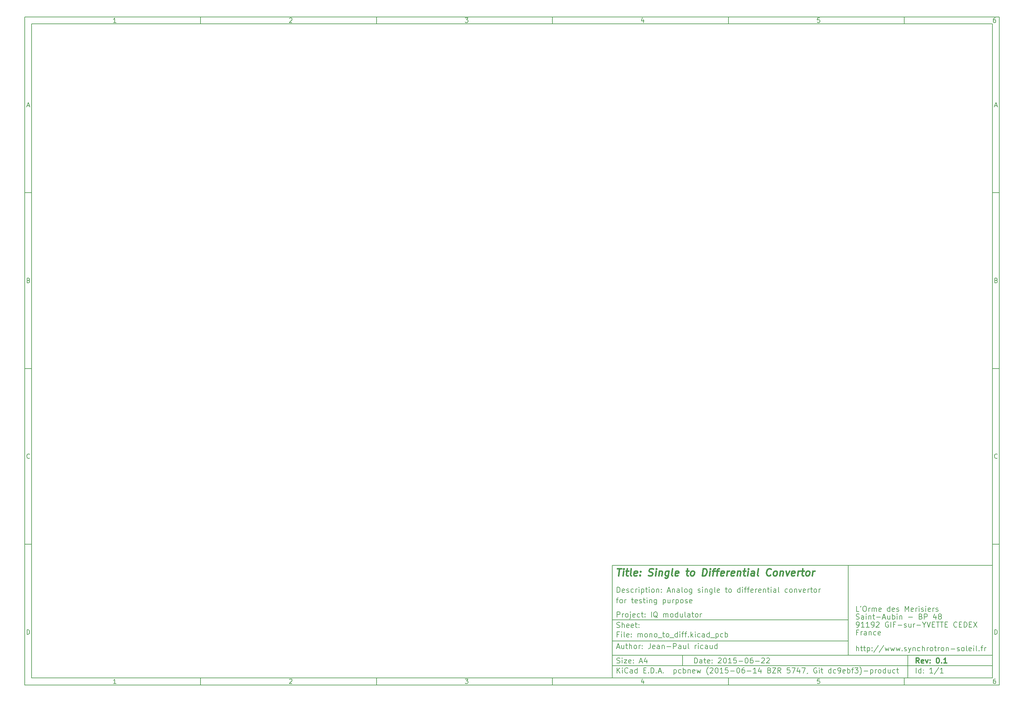
<source format=gbr>
G04 #@! TF.FileFunction,Other,User*
%FSLAX46Y46*%
G04 Gerber Fmt 4.6, Leading zero omitted, Abs format (unit mm)*
G04 Created by KiCad (PCBNEW (2015-06-14 BZR 5747, Git dc9ebf3)-product) date 24/06/2015 09:37:51*
%MOMM*%
G01*
G04 APERTURE LIST*
%ADD10C,0.100000*%
%ADD11C,0.150000*%
%ADD12C,0.300000*%
%ADD13C,0.400000*%
G04 APERTURE END LIST*
D10*
D11*
X53812200Y-30117200D02*
X53812200Y-62117200D01*
X161812200Y-62117200D01*
X161812200Y-30117200D01*
X53812200Y-30117200D01*
D10*
D11*
X-113190000Y125890000D02*
X-113190000Y-64117200D01*
X163812200Y-64117200D01*
X163812200Y125890000D01*
X-113190000Y125890000D01*
D10*
D11*
X-111190000Y123890000D02*
X-111190000Y-62117200D01*
X161812200Y-62117200D01*
X161812200Y123890000D01*
X-111190000Y123890000D01*
D10*
D11*
X-63190000Y123890000D02*
X-63190000Y125890000D01*
D10*
D11*
X-13190000Y123890000D02*
X-13190000Y125890000D01*
D10*
D11*
X36810000Y123890000D02*
X36810000Y125890000D01*
D10*
D11*
X86810000Y123890000D02*
X86810000Y125890000D01*
D10*
D11*
X136810000Y123890000D02*
X136810000Y125890000D01*
D10*
D11*
X-87199524Y124301905D02*
X-87942381Y124301905D01*
X-87570952Y124301905D02*
X-87570952Y125601905D01*
X-87694762Y125416190D01*
X-87818571Y125292381D01*
X-87942381Y125230476D01*
D10*
D11*
X-37942381Y125478095D02*
X-37880476Y125540000D01*
X-37756667Y125601905D01*
X-37447143Y125601905D01*
X-37323333Y125540000D01*
X-37261429Y125478095D01*
X-37199524Y125354286D01*
X-37199524Y125230476D01*
X-37261429Y125044762D01*
X-38004286Y124301905D01*
X-37199524Y124301905D01*
D10*
D11*
X11995714Y125601905D02*
X12800476Y125601905D01*
X12367143Y125106667D01*
X12552857Y125106667D01*
X12676667Y125044762D01*
X12738571Y124982857D01*
X12800476Y124859048D01*
X12800476Y124549524D01*
X12738571Y124425714D01*
X12676667Y124363810D01*
X12552857Y124301905D01*
X12181429Y124301905D01*
X12057619Y124363810D01*
X11995714Y124425714D01*
D10*
D11*
X62676667Y125168571D02*
X62676667Y124301905D01*
X62367143Y125663810D02*
X62057619Y124735238D01*
X62862381Y124735238D01*
D10*
D11*
X112738571Y125601905D02*
X112119524Y125601905D01*
X112057619Y124982857D01*
X112119524Y125044762D01*
X112243333Y125106667D01*
X112552857Y125106667D01*
X112676667Y125044762D01*
X112738571Y124982857D01*
X112800476Y124859048D01*
X112800476Y124549524D01*
X112738571Y124425714D01*
X112676667Y124363810D01*
X112552857Y124301905D01*
X112243333Y124301905D01*
X112119524Y124363810D01*
X112057619Y124425714D01*
D10*
D11*
X162676667Y125601905D02*
X162429048Y125601905D01*
X162305238Y125540000D01*
X162243333Y125478095D01*
X162119524Y125292381D01*
X162057619Y125044762D01*
X162057619Y124549524D01*
X162119524Y124425714D01*
X162181429Y124363810D01*
X162305238Y124301905D01*
X162552857Y124301905D01*
X162676667Y124363810D01*
X162738571Y124425714D01*
X162800476Y124549524D01*
X162800476Y124859048D01*
X162738571Y124982857D01*
X162676667Y125044762D01*
X162552857Y125106667D01*
X162305238Y125106667D01*
X162181429Y125044762D01*
X162119524Y124982857D01*
X162057619Y124859048D01*
D10*
D11*
X-63190000Y-62117200D02*
X-63190000Y-64117200D01*
D10*
D11*
X-13190000Y-62117200D02*
X-13190000Y-64117200D01*
D10*
D11*
X36810000Y-62117200D02*
X36810000Y-64117200D01*
D10*
D11*
X86810000Y-62117200D02*
X86810000Y-64117200D01*
D10*
D11*
X136810000Y-62117200D02*
X136810000Y-64117200D01*
D10*
D11*
X-87199524Y-63705295D02*
X-87942381Y-63705295D01*
X-87570952Y-63705295D02*
X-87570952Y-62405295D01*
X-87694762Y-62591010D01*
X-87818571Y-62714819D01*
X-87942381Y-62776724D01*
D10*
D11*
X-37942381Y-62529105D02*
X-37880476Y-62467200D01*
X-37756667Y-62405295D01*
X-37447143Y-62405295D01*
X-37323333Y-62467200D01*
X-37261429Y-62529105D01*
X-37199524Y-62652914D01*
X-37199524Y-62776724D01*
X-37261429Y-62962438D01*
X-38004286Y-63705295D01*
X-37199524Y-63705295D01*
D10*
D11*
X11995714Y-62405295D02*
X12800476Y-62405295D01*
X12367143Y-62900533D01*
X12552857Y-62900533D01*
X12676667Y-62962438D01*
X12738571Y-63024343D01*
X12800476Y-63148152D01*
X12800476Y-63457676D01*
X12738571Y-63581486D01*
X12676667Y-63643390D01*
X12552857Y-63705295D01*
X12181429Y-63705295D01*
X12057619Y-63643390D01*
X11995714Y-63581486D01*
D10*
D11*
X62676667Y-62838629D02*
X62676667Y-63705295D01*
X62367143Y-62343390D02*
X62057619Y-63271962D01*
X62862381Y-63271962D01*
D10*
D11*
X112738571Y-62405295D02*
X112119524Y-62405295D01*
X112057619Y-63024343D01*
X112119524Y-62962438D01*
X112243333Y-62900533D01*
X112552857Y-62900533D01*
X112676667Y-62962438D01*
X112738571Y-63024343D01*
X112800476Y-63148152D01*
X112800476Y-63457676D01*
X112738571Y-63581486D01*
X112676667Y-63643390D01*
X112552857Y-63705295D01*
X112243333Y-63705295D01*
X112119524Y-63643390D01*
X112057619Y-63581486D01*
D10*
D11*
X162676667Y-62405295D02*
X162429048Y-62405295D01*
X162305238Y-62467200D01*
X162243333Y-62529105D01*
X162119524Y-62714819D01*
X162057619Y-62962438D01*
X162057619Y-63457676D01*
X162119524Y-63581486D01*
X162181429Y-63643390D01*
X162305238Y-63705295D01*
X162552857Y-63705295D01*
X162676667Y-63643390D01*
X162738571Y-63581486D01*
X162800476Y-63457676D01*
X162800476Y-63148152D01*
X162738571Y-63024343D01*
X162676667Y-62962438D01*
X162552857Y-62900533D01*
X162305238Y-62900533D01*
X162181429Y-62962438D01*
X162119524Y-63024343D01*
X162057619Y-63148152D01*
D10*
D11*
X-113190000Y75890000D02*
X-111190000Y75890000D01*
D10*
D11*
X-113190000Y25890000D02*
X-111190000Y25890000D01*
D10*
D11*
X-113190000Y-24110000D02*
X-111190000Y-24110000D01*
D10*
D11*
X-112499524Y100673333D02*
X-111880476Y100673333D01*
X-112623333Y100301905D02*
X-112190000Y101601905D01*
X-111756667Y100301905D01*
D10*
D11*
X-112097143Y50982857D02*
X-111911429Y50920952D01*
X-111849524Y50859048D01*
X-111787619Y50735238D01*
X-111787619Y50549524D01*
X-111849524Y50425714D01*
X-111911429Y50363810D01*
X-112035238Y50301905D01*
X-112530476Y50301905D01*
X-112530476Y51601905D01*
X-112097143Y51601905D01*
X-111973333Y51540000D01*
X-111911429Y51478095D01*
X-111849524Y51354286D01*
X-111849524Y51230476D01*
X-111911429Y51106667D01*
X-111973333Y51044762D01*
X-112097143Y50982857D01*
X-112530476Y50982857D01*
D10*
D11*
X-111787619Y425714D02*
X-111849524Y363810D01*
X-112035238Y301905D01*
X-112159048Y301905D01*
X-112344762Y363810D01*
X-112468571Y487619D01*
X-112530476Y611429D01*
X-112592381Y859048D01*
X-112592381Y1044762D01*
X-112530476Y1292381D01*
X-112468571Y1416190D01*
X-112344762Y1540000D01*
X-112159048Y1601905D01*
X-112035238Y1601905D01*
X-111849524Y1540000D01*
X-111787619Y1478095D01*
D10*
D11*
X-112530476Y-49698095D02*
X-112530476Y-48398095D01*
X-112220952Y-48398095D01*
X-112035238Y-48460000D01*
X-111911429Y-48583810D01*
X-111849524Y-48707619D01*
X-111787619Y-48955238D01*
X-111787619Y-49140952D01*
X-111849524Y-49388571D01*
X-111911429Y-49512381D01*
X-112035238Y-49636190D01*
X-112220952Y-49698095D01*
X-112530476Y-49698095D01*
D10*
D11*
X163812200Y75890000D02*
X161812200Y75890000D01*
D10*
D11*
X163812200Y25890000D02*
X161812200Y25890000D01*
D10*
D11*
X163812200Y-24110000D02*
X161812200Y-24110000D01*
D10*
D11*
X162502676Y100673333D02*
X163121724Y100673333D01*
X162378867Y100301905D02*
X162812200Y101601905D01*
X163245533Y100301905D01*
D10*
D11*
X162905057Y50982857D02*
X163090771Y50920952D01*
X163152676Y50859048D01*
X163214581Y50735238D01*
X163214581Y50549524D01*
X163152676Y50425714D01*
X163090771Y50363810D01*
X162966962Y50301905D01*
X162471724Y50301905D01*
X162471724Y51601905D01*
X162905057Y51601905D01*
X163028867Y51540000D01*
X163090771Y51478095D01*
X163152676Y51354286D01*
X163152676Y51230476D01*
X163090771Y51106667D01*
X163028867Y51044762D01*
X162905057Y50982857D01*
X162471724Y50982857D01*
D10*
D11*
X163214581Y425714D02*
X163152676Y363810D01*
X162966962Y301905D01*
X162843152Y301905D01*
X162657438Y363810D01*
X162533629Y487619D01*
X162471724Y611429D01*
X162409819Y859048D01*
X162409819Y1044762D01*
X162471724Y1292381D01*
X162533629Y1416190D01*
X162657438Y1540000D01*
X162843152Y1601905D01*
X162966962Y1601905D01*
X163152676Y1540000D01*
X163214581Y1478095D01*
D10*
D11*
X162471724Y-49698095D02*
X162471724Y-48398095D01*
X162781248Y-48398095D01*
X162966962Y-48460000D01*
X163090771Y-48583810D01*
X163152676Y-48707619D01*
X163214581Y-48955238D01*
X163214581Y-49140952D01*
X163152676Y-49388571D01*
X163090771Y-49512381D01*
X162966962Y-49636190D01*
X162781248Y-49698095D01*
X162471724Y-49698095D01*
D10*
D11*
X77169343Y-57895771D02*
X77169343Y-56395771D01*
X77526486Y-56395771D01*
X77740771Y-56467200D01*
X77883629Y-56610057D01*
X77955057Y-56752914D01*
X78026486Y-57038629D01*
X78026486Y-57252914D01*
X77955057Y-57538629D01*
X77883629Y-57681486D01*
X77740771Y-57824343D01*
X77526486Y-57895771D01*
X77169343Y-57895771D01*
X79312200Y-57895771D02*
X79312200Y-57110057D01*
X79240771Y-56967200D01*
X79097914Y-56895771D01*
X78812200Y-56895771D01*
X78669343Y-56967200D01*
X79312200Y-57824343D02*
X79169343Y-57895771D01*
X78812200Y-57895771D01*
X78669343Y-57824343D01*
X78597914Y-57681486D01*
X78597914Y-57538629D01*
X78669343Y-57395771D01*
X78812200Y-57324343D01*
X79169343Y-57324343D01*
X79312200Y-57252914D01*
X79812200Y-56895771D02*
X80383629Y-56895771D01*
X80026486Y-56395771D02*
X80026486Y-57681486D01*
X80097914Y-57824343D01*
X80240772Y-57895771D01*
X80383629Y-57895771D01*
X81455057Y-57824343D02*
X81312200Y-57895771D01*
X81026486Y-57895771D01*
X80883629Y-57824343D01*
X80812200Y-57681486D01*
X80812200Y-57110057D01*
X80883629Y-56967200D01*
X81026486Y-56895771D01*
X81312200Y-56895771D01*
X81455057Y-56967200D01*
X81526486Y-57110057D01*
X81526486Y-57252914D01*
X80812200Y-57395771D01*
X82169343Y-57752914D02*
X82240771Y-57824343D01*
X82169343Y-57895771D01*
X82097914Y-57824343D01*
X82169343Y-57752914D01*
X82169343Y-57895771D01*
X82169343Y-56967200D02*
X82240771Y-57038629D01*
X82169343Y-57110057D01*
X82097914Y-57038629D01*
X82169343Y-56967200D01*
X82169343Y-57110057D01*
X83955057Y-56538629D02*
X84026486Y-56467200D01*
X84169343Y-56395771D01*
X84526486Y-56395771D01*
X84669343Y-56467200D01*
X84740772Y-56538629D01*
X84812200Y-56681486D01*
X84812200Y-56824343D01*
X84740772Y-57038629D01*
X83883629Y-57895771D01*
X84812200Y-57895771D01*
X85740771Y-56395771D02*
X85883628Y-56395771D01*
X86026485Y-56467200D01*
X86097914Y-56538629D01*
X86169343Y-56681486D01*
X86240771Y-56967200D01*
X86240771Y-57324343D01*
X86169343Y-57610057D01*
X86097914Y-57752914D01*
X86026485Y-57824343D01*
X85883628Y-57895771D01*
X85740771Y-57895771D01*
X85597914Y-57824343D01*
X85526485Y-57752914D01*
X85455057Y-57610057D01*
X85383628Y-57324343D01*
X85383628Y-56967200D01*
X85455057Y-56681486D01*
X85526485Y-56538629D01*
X85597914Y-56467200D01*
X85740771Y-56395771D01*
X87669342Y-57895771D02*
X86812199Y-57895771D01*
X87240771Y-57895771D02*
X87240771Y-56395771D01*
X87097914Y-56610057D01*
X86955056Y-56752914D01*
X86812199Y-56824343D01*
X89026485Y-56395771D02*
X88312199Y-56395771D01*
X88240770Y-57110057D01*
X88312199Y-57038629D01*
X88455056Y-56967200D01*
X88812199Y-56967200D01*
X88955056Y-57038629D01*
X89026485Y-57110057D01*
X89097913Y-57252914D01*
X89097913Y-57610057D01*
X89026485Y-57752914D01*
X88955056Y-57824343D01*
X88812199Y-57895771D01*
X88455056Y-57895771D01*
X88312199Y-57824343D01*
X88240770Y-57752914D01*
X89740770Y-57324343D02*
X90883627Y-57324343D01*
X91883627Y-56395771D02*
X92026484Y-56395771D01*
X92169341Y-56467200D01*
X92240770Y-56538629D01*
X92312199Y-56681486D01*
X92383627Y-56967200D01*
X92383627Y-57324343D01*
X92312199Y-57610057D01*
X92240770Y-57752914D01*
X92169341Y-57824343D01*
X92026484Y-57895771D01*
X91883627Y-57895771D01*
X91740770Y-57824343D01*
X91669341Y-57752914D01*
X91597913Y-57610057D01*
X91526484Y-57324343D01*
X91526484Y-56967200D01*
X91597913Y-56681486D01*
X91669341Y-56538629D01*
X91740770Y-56467200D01*
X91883627Y-56395771D01*
X93669341Y-56395771D02*
X93383627Y-56395771D01*
X93240770Y-56467200D01*
X93169341Y-56538629D01*
X93026484Y-56752914D01*
X92955055Y-57038629D01*
X92955055Y-57610057D01*
X93026484Y-57752914D01*
X93097912Y-57824343D01*
X93240770Y-57895771D01*
X93526484Y-57895771D01*
X93669341Y-57824343D01*
X93740770Y-57752914D01*
X93812198Y-57610057D01*
X93812198Y-57252914D01*
X93740770Y-57110057D01*
X93669341Y-57038629D01*
X93526484Y-56967200D01*
X93240770Y-56967200D01*
X93097912Y-57038629D01*
X93026484Y-57110057D01*
X92955055Y-57252914D01*
X94455055Y-57324343D02*
X95597912Y-57324343D01*
X96240769Y-56538629D02*
X96312198Y-56467200D01*
X96455055Y-56395771D01*
X96812198Y-56395771D01*
X96955055Y-56467200D01*
X97026484Y-56538629D01*
X97097912Y-56681486D01*
X97097912Y-56824343D01*
X97026484Y-57038629D01*
X96169341Y-57895771D01*
X97097912Y-57895771D01*
X97669340Y-56538629D02*
X97740769Y-56467200D01*
X97883626Y-56395771D01*
X98240769Y-56395771D01*
X98383626Y-56467200D01*
X98455055Y-56538629D01*
X98526483Y-56681486D01*
X98526483Y-56824343D01*
X98455055Y-57038629D01*
X97597912Y-57895771D01*
X98526483Y-57895771D01*
D10*
D11*
X53812200Y-58617200D02*
X161812200Y-58617200D01*
D10*
D11*
X55169343Y-60695771D02*
X55169343Y-59195771D01*
X56026486Y-60695771D02*
X55383629Y-59838629D01*
X56026486Y-59195771D02*
X55169343Y-60052914D01*
X56669343Y-60695771D02*
X56669343Y-59695771D01*
X56669343Y-59195771D02*
X56597914Y-59267200D01*
X56669343Y-59338629D01*
X56740771Y-59267200D01*
X56669343Y-59195771D01*
X56669343Y-59338629D01*
X58240772Y-60552914D02*
X58169343Y-60624343D01*
X57955057Y-60695771D01*
X57812200Y-60695771D01*
X57597915Y-60624343D01*
X57455057Y-60481486D01*
X57383629Y-60338629D01*
X57312200Y-60052914D01*
X57312200Y-59838629D01*
X57383629Y-59552914D01*
X57455057Y-59410057D01*
X57597915Y-59267200D01*
X57812200Y-59195771D01*
X57955057Y-59195771D01*
X58169343Y-59267200D01*
X58240772Y-59338629D01*
X59526486Y-60695771D02*
X59526486Y-59910057D01*
X59455057Y-59767200D01*
X59312200Y-59695771D01*
X59026486Y-59695771D01*
X58883629Y-59767200D01*
X59526486Y-60624343D02*
X59383629Y-60695771D01*
X59026486Y-60695771D01*
X58883629Y-60624343D01*
X58812200Y-60481486D01*
X58812200Y-60338629D01*
X58883629Y-60195771D01*
X59026486Y-60124343D01*
X59383629Y-60124343D01*
X59526486Y-60052914D01*
X60883629Y-60695771D02*
X60883629Y-59195771D01*
X60883629Y-60624343D02*
X60740772Y-60695771D01*
X60455058Y-60695771D01*
X60312200Y-60624343D01*
X60240772Y-60552914D01*
X60169343Y-60410057D01*
X60169343Y-59981486D01*
X60240772Y-59838629D01*
X60312200Y-59767200D01*
X60455058Y-59695771D01*
X60740772Y-59695771D01*
X60883629Y-59767200D01*
X62740772Y-59910057D02*
X63240772Y-59910057D01*
X63455058Y-60695771D02*
X62740772Y-60695771D01*
X62740772Y-59195771D01*
X63455058Y-59195771D01*
X64097915Y-60552914D02*
X64169343Y-60624343D01*
X64097915Y-60695771D01*
X64026486Y-60624343D01*
X64097915Y-60552914D01*
X64097915Y-60695771D01*
X64812201Y-60695771D02*
X64812201Y-59195771D01*
X65169344Y-59195771D01*
X65383629Y-59267200D01*
X65526487Y-59410057D01*
X65597915Y-59552914D01*
X65669344Y-59838629D01*
X65669344Y-60052914D01*
X65597915Y-60338629D01*
X65526487Y-60481486D01*
X65383629Y-60624343D01*
X65169344Y-60695771D01*
X64812201Y-60695771D01*
X66312201Y-60552914D02*
X66383629Y-60624343D01*
X66312201Y-60695771D01*
X66240772Y-60624343D01*
X66312201Y-60552914D01*
X66312201Y-60695771D01*
X66955058Y-60267200D02*
X67669344Y-60267200D01*
X66812201Y-60695771D02*
X67312201Y-59195771D01*
X67812201Y-60695771D01*
X68312201Y-60552914D02*
X68383629Y-60624343D01*
X68312201Y-60695771D01*
X68240772Y-60624343D01*
X68312201Y-60552914D01*
X68312201Y-60695771D01*
X71312201Y-59695771D02*
X71312201Y-61195771D01*
X71312201Y-59767200D02*
X71455058Y-59695771D01*
X71740772Y-59695771D01*
X71883629Y-59767200D01*
X71955058Y-59838629D01*
X72026487Y-59981486D01*
X72026487Y-60410057D01*
X71955058Y-60552914D01*
X71883629Y-60624343D01*
X71740772Y-60695771D01*
X71455058Y-60695771D01*
X71312201Y-60624343D01*
X73312201Y-60624343D02*
X73169344Y-60695771D01*
X72883630Y-60695771D01*
X72740772Y-60624343D01*
X72669344Y-60552914D01*
X72597915Y-60410057D01*
X72597915Y-59981486D01*
X72669344Y-59838629D01*
X72740772Y-59767200D01*
X72883630Y-59695771D01*
X73169344Y-59695771D01*
X73312201Y-59767200D01*
X73955058Y-60695771D02*
X73955058Y-59195771D01*
X73955058Y-59767200D02*
X74097915Y-59695771D01*
X74383629Y-59695771D01*
X74526486Y-59767200D01*
X74597915Y-59838629D01*
X74669344Y-59981486D01*
X74669344Y-60410057D01*
X74597915Y-60552914D01*
X74526486Y-60624343D01*
X74383629Y-60695771D01*
X74097915Y-60695771D01*
X73955058Y-60624343D01*
X75312201Y-59695771D02*
X75312201Y-60695771D01*
X75312201Y-59838629D02*
X75383629Y-59767200D01*
X75526487Y-59695771D01*
X75740772Y-59695771D01*
X75883629Y-59767200D01*
X75955058Y-59910057D01*
X75955058Y-60695771D01*
X77240772Y-60624343D02*
X77097915Y-60695771D01*
X76812201Y-60695771D01*
X76669344Y-60624343D01*
X76597915Y-60481486D01*
X76597915Y-59910057D01*
X76669344Y-59767200D01*
X76812201Y-59695771D01*
X77097915Y-59695771D01*
X77240772Y-59767200D01*
X77312201Y-59910057D01*
X77312201Y-60052914D01*
X76597915Y-60195771D01*
X77812201Y-59695771D02*
X78097915Y-60695771D01*
X78383629Y-59981486D01*
X78669344Y-60695771D01*
X78955058Y-59695771D01*
X81097915Y-61267200D02*
X81026487Y-61195771D01*
X80883630Y-60981486D01*
X80812201Y-60838629D01*
X80740772Y-60624343D01*
X80669344Y-60267200D01*
X80669344Y-59981486D01*
X80740772Y-59624343D01*
X80812201Y-59410057D01*
X80883630Y-59267200D01*
X81026487Y-59052914D01*
X81097915Y-58981486D01*
X81597915Y-59338629D02*
X81669344Y-59267200D01*
X81812201Y-59195771D01*
X82169344Y-59195771D01*
X82312201Y-59267200D01*
X82383630Y-59338629D01*
X82455058Y-59481486D01*
X82455058Y-59624343D01*
X82383630Y-59838629D01*
X81526487Y-60695771D01*
X82455058Y-60695771D01*
X83383629Y-59195771D02*
X83526486Y-59195771D01*
X83669343Y-59267200D01*
X83740772Y-59338629D01*
X83812201Y-59481486D01*
X83883629Y-59767200D01*
X83883629Y-60124343D01*
X83812201Y-60410057D01*
X83740772Y-60552914D01*
X83669343Y-60624343D01*
X83526486Y-60695771D01*
X83383629Y-60695771D01*
X83240772Y-60624343D01*
X83169343Y-60552914D01*
X83097915Y-60410057D01*
X83026486Y-60124343D01*
X83026486Y-59767200D01*
X83097915Y-59481486D01*
X83169343Y-59338629D01*
X83240772Y-59267200D01*
X83383629Y-59195771D01*
X85312200Y-60695771D02*
X84455057Y-60695771D01*
X84883629Y-60695771D02*
X84883629Y-59195771D01*
X84740772Y-59410057D01*
X84597914Y-59552914D01*
X84455057Y-59624343D01*
X86669343Y-59195771D02*
X85955057Y-59195771D01*
X85883628Y-59910057D01*
X85955057Y-59838629D01*
X86097914Y-59767200D01*
X86455057Y-59767200D01*
X86597914Y-59838629D01*
X86669343Y-59910057D01*
X86740771Y-60052914D01*
X86740771Y-60410057D01*
X86669343Y-60552914D01*
X86597914Y-60624343D01*
X86455057Y-60695771D01*
X86097914Y-60695771D01*
X85955057Y-60624343D01*
X85883628Y-60552914D01*
X87383628Y-60124343D02*
X88526485Y-60124343D01*
X89526485Y-59195771D02*
X89669342Y-59195771D01*
X89812199Y-59267200D01*
X89883628Y-59338629D01*
X89955057Y-59481486D01*
X90026485Y-59767200D01*
X90026485Y-60124343D01*
X89955057Y-60410057D01*
X89883628Y-60552914D01*
X89812199Y-60624343D01*
X89669342Y-60695771D01*
X89526485Y-60695771D01*
X89383628Y-60624343D01*
X89312199Y-60552914D01*
X89240771Y-60410057D01*
X89169342Y-60124343D01*
X89169342Y-59767200D01*
X89240771Y-59481486D01*
X89312199Y-59338629D01*
X89383628Y-59267200D01*
X89526485Y-59195771D01*
X91312199Y-59195771D02*
X91026485Y-59195771D01*
X90883628Y-59267200D01*
X90812199Y-59338629D01*
X90669342Y-59552914D01*
X90597913Y-59838629D01*
X90597913Y-60410057D01*
X90669342Y-60552914D01*
X90740770Y-60624343D01*
X90883628Y-60695771D01*
X91169342Y-60695771D01*
X91312199Y-60624343D01*
X91383628Y-60552914D01*
X91455056Y-60410057D01*
X91455056Y-60052914D01*
X91383628Y-59910057D01*
X91312199Y-59838629D01*
X91169342Y-59767200D01*
X90883628Y-59767200D01*
X90740770Y-59838629D01*
X90669342Y-59910057D01*
X90597913Y-60052914D01*
X92097913Y-60124343D02*
X93240770Y-60124343D01*
X94740770Y-60695771D02*
X93883627Y-60695771D01*
X94312199Y-60695771D02*
X94312199Y-59195771D01*
X94169342Y-59410057D01*
X94026484Y-59552914D01*
X93883627Y-59624343D01*
X96026484Y-59695771D02*
X96026484Y-60695771D01*
X95669341Y-59124343D02*
X95312198Y-60195771D01*
X96240770Y-60195771D01*
X98455055Y-59910057D02*
X98669341Y-59981486D01*
X98740769Y-60052914D01*
X98812198Y-60195771D01*
X98812198Y-60410057D01*
X98740769Y-60552914D01*
X98669341Y-60624343D01*
X98526483Y-60695771D01*
X97955055Y-60695771D01*
X97955055Y-59195771D01*
X98455055Y-59195771D01*
X98597912Y-59267200D01*
X98669341Y-59338629D01*
X98740769Y-59481486D01*
X98740769Y-59624343D01*
X98669341Y-59767200D01*
X98597912Y-59838629D01*
X98455055Y-59910057D01*
X97955055Y-59910057D01*
X99312198Y-59195771D02*
X100312198Y-59195771D01*
X99312198Y-60695771D01*
X100312198Y-60695771D01*
X101740769Y-60695771D02*
X101240769Y-59981486D01*
X100883626Y-60695771D02*
X100883626Y-59195771D01*
X101455054Y-59195771D01*
X101597912Y-59267200D01*
X101669340Y-59338629D01*
X101740769Y-59481486D01*
X101740769Y-59695771D01*
X101669340Y-59838629D01*
X101597912Y-59910057D01*
X101455054Y-59981486D01*
X100883626Y-59981486D01*
X104240769Y-59195771D02*
X103526483Y-59195771D01*
X103455054Y-59910057D01*
X103526483Y-59838629D01*
X103669340Y-59767200D01*
X104026483Y-59767200D01*
X104169340Y-59838629D01*
X104240769Y-59910057D01*
X104312197Y-60052914D01*
X104312197Y-60410057D01*
X104240769Y-60552914D01*
X104169340Y-60624343D01*
X104026483Y-60695771D01*
X103669340Y-60695771D01*
X103526483Y-60624343D01*
X103455054Y-60552914D01*
X104812197Y-59195771D02*
X105812197Y-59195771D01*
X105169340Y-60695771D01*
X107026482Y-59695771D02*
X107026482Y-60695771D01*
X106669339Y-59124343D02*
X106312196Y-60195771D01*
X107240768Y-60195771D01*
X107669339Y-59195771D02*
X108669339Y-59195771D01*
X108026482Y-60695771D01*
X109312195Y-60624343D02*
X109312195Y-60695771D01*
X109240767Y-60838629D01*
X109169338Y-60910057D01*
X111883624Y-59267200D02*
X111740767Y-59195771D01*
X111526481Y-59195771D01*
X111312196Y-59267200D01*
X111169338Y-59410057D01*
X111097910Y-59552914D01*
X111026481Y-59838629D01*
X111026481Y-60052914D01*
X111097910Y-60338629D01*
X111169338Y-60481486D01*
X111312196Y-60624343D01*
X111526481Y-60695771D01*
X111669338Y-60695771D01*
X111883624Y-60624343D01*
X111955053Y-60552914D01*
X111955053Y-60052914D01*
X111669338Y-60052914D01*
X112597910Y-60695771D02*
X112597910Y-59695771D01*
X112597910Y-59195771D02*
X112526481Y-59267200D01*
X112597910Y-59338629D01*
X112669338Y-59267200D01*
X112597910Y-59195771D01*
X112597910Y-59338629D01*
X113097910Y-59695771D02*
X113669339Y-59695771D01*
X113312196Y-59195771D02*
X113312196Y-60481486D01*
X113383624Y-60624343D01*
X113526482Y-60695771D01*
X113669339Y-60695771D01*
X115955053Y-60695771D02*
X115955053Y-59195771D01*
X115955053Y-60624343D02*
X115812196Y-60695771D01*
X115526482Y-60695771D01*
X115383624Y-60624343D01*
X115312196Y-60552914D01*
X115240767Y-60410057D01*
X115240767Y-59981486D01*
X115312196Y-59838629D01*
X115383624Y-59767200D01*
X115526482Y-59695771D01*
X115812196Y-59695771D01*
X115955053Y-59767200D01*
X117312196Y-60624343D02*
X117169339Y-60695771D01*
X116883625Y-60695771D01*
X116740767Y-60624343D01*
X116669339Y-60552914D01*
X116597910Y-60410057D01*
X116597910Y-59981486D01*
X116669339Y-59838629D01*
X116740767Y-59767200D01*
X116883625Y-59695771D01*
X117169339Y-59695771D01*
X117312196Y-59767200D01*
X118026481Y-60695771D02*
X118312196Y-60695771D01*
X118455053Y-60624343D01*
X118526481Y-60552914D01*
X118669339Y-60338629D01*
X118740767Y-60052914D01*
X118740767Y-59481486D01*
X118669339Y-59338629D01*
X118597910Y-59267200D01*
X118455053Y-59195771D01*
X118169339Y-59195771D01*
X118026481Y-59267200D01*
X117955053Y-59338629D01*
X117883624Y-59481486D01*
X117883624Y-59838629D01*
X117955053Y-59981486D01*
X118026481Y-60052914D01*
X118169339Y-60124343D01*
X118455053Y-60124343D01*
X118597910Y-60052914D01*
X118669339Y-59981486D01*
X118740767Y-59838629D01*
X119955052Y-60624343D02*
X119812195Y-60695771D01*
X119526481Y-60695771D01*
X119383624Y-60624343D01*
X119312195Y-60481486D01*
X119312195Y-59910057D01*
X119383624Y-59767200D01*
X119526481Y-59695771D01*
X119812195Y-59695771D01*
X119955052Y-59767200D01*
X120026481Y-59910057D01*
X120026481Y-60052914D01*
X119312195Y-60195771D01*
X120669338Y-60695771D02*
X120669338Y-59195771D01*
X120669338Y-59767200D02*
X120812195Y-59695771D01*
X121097909Y-59695771D01*
X121240766Y-59767200D01*
X121312195Y-59838629D01*
X121383624Y-59981486D01*
X121383624Y-60410057D01*
X121312195Y-60552914D01*
X121240766Y-60624343D01*
X121097909Y-60695771D01*
X120812195Y-60695771D01*
X120669338Y-60624343D01*
X121812195Y-59695771D02*
X122383624Y-59695771D01*
X122026481Y-60695771D02*
X122026481Y-59410057D01*
X122097909Y-59267200D01*
X122240767Y-59195771D01*
X122383624Y-59195771D01*
X122740767Y-59195771D02*
X123669338Y-59195771D01*
X123169338Y-59767200D01*
X123383624Y-59767200D01*
X123526481Y-59838629D01*
X123597910Y-59910057D01*
X123669338Y-60052914D01*
X123669338Y-60410057D01*
X123597910Y-60552914D01*
X123526481Y-60624343D01*
X123383624Y-60695771D01*
X122955052Y-60695771D01*
X122812195Y-60624343D01*
X122740767Y-60552914D01*
X124169338Y-61267200D02*
X124240766Y-61195771D01*
X124383623Y-60981486D01*
X124455052Y-60838629D01*
X124526481Y-60624343D01*
X124597909Y-60267200D01*
X124597909Y-59981486D01*
X124526481Y-59624343D01*
X124455052Y-59410057D01*
X124383623Y-59267200D01*
X124240766Y-59052914D01*
X124169338Y-58981486D01*
X125312195Y-60124343D02*
X126455052Y-60124343D01*
X127169338Y-59695771D02*
X127169338Y-61195771D01*
X127169338Y-59767200D02*
X127312195Y-59695771D01*
X127597909Y-59695771D01*
X127740766Y-59767200D01*
X127812195Y-59838629D01*
X127883624Y-59981486D01*
X127883624Y-60410057D01*
X127812195Y-60552914D01*
X127740766Y-60624343D01*
X127597909Y-60695771D01*
X127312195Y-60695771D01*
X127169338Y-60624343D01*
X128526481Y-60695771D02*
X128526481Y-59695771D01*
X128526481Y-59981486D02*
X128597909Y-59838629D01*
X128669338Y-59767200D01*
X128812195Y-59695771D01*
X128955052Y-59695771D01*
X129669338Y-60695771D02*
X129526480Y-60624343D01*
X129455052Y-60552914D01*
X129383623Y-60410057D01*
X129383623Y-59981486D01*
X129455052Y-59838629D01*
X129526480Y-59767200D01*
X129669338Y-59695771D01*
X129883623Y-59695771D01*
X130026480Y-59767200D01*
X130097909Y-59838629D01*
X130169338Y-59981486D01*
X130169338Y-60410057D01*
X130097909Y-60552914D01*
X130026480Y-60624343D01*
X129883623Y-60695771D01*
X129669338Y-60695771D01*
X131455052Y-60695771D02*
X131455052Y-59195771D01*
X131455052Y-60624343D02*
X131312195Y-60695771D01*
X131026481Y-60695771D01*
X130883623Y-60624343D01*
X130812195Y-60552914D01*
X130740766Y-60410057D01*
X130740766Y-59981486D01*
X130812195Y-59838629D01*
X130883623Y-59767200D01*
X131026481Y-59695771D01*
X131312195Y-59695771D01*
X131455052Y-59767200D01*
X132812195Y-59695771D02*
X132812195Y-60695771D01*
X132169338Y-59695771D02*
X132169338Y-60481486D01*
X132240766Y-60624343D01*
X132383624Y-60695771D01*
X132597909Y-60695771D01*
X132740766Y-60624343D01*
X132812195Y-60552914D01*
X134169338Y-60624343D02*
X134026481Y-60695771D01*
X133740767Y-60695771D01*
X133597909Y-60624343D01*
X133526481Y-60552914D01*
X133455052Y-60410057D01*
X133455052Y-59981486D01*
X133526481Y-59838629D01*
X133597909Y-59767200D01*
X133740767Y-59695771D01*
X134026481Y-59695771D01*
X134169338Y-59767200D01*
X134597909Y-59695771D02*
X135169338Y-59695771D01*
X134812195Y-59195771D02*
X134812195Y-60481486D01*
X134883623Y-60624343D01*
X135026481Y-60695771D01*
X135169338Y-60695771D01*
D10*
D11*
X53812200Y-55617200D02*
X161812200Y-55617200D01*
D10*
D12*
X141026486Y-57895771D02*
X140526486Y-57181486D01*
X140169343Y-57895771D02*
X140169343Y-56395771D01*
X140740771Y-56395771D01*
X140883629Y-56467200D01*
X140955057Y-56538629D01*
X141026486Y-56681486D01*
X141026486Y-56895771D01*
X140955057Y-57038629D01*
X140883629Y-57110057D01*
X140740771Y-57181486D01*
X140169343Y-57181486D01*
X142240771Y-57824343D02*
X142097914Y-57895771D01*
X141812200Y-57895771D01*
X141669343Y-57824343D01*
X141597914Y-57681486D01*
X141597914Y-57110057D01*
X141669343Y-56967200D01*
X141812200Y-56895771D01*
X142097914Y-56895771D01*
X142240771Y-56967200D01*
X142312200Y-57110057D01*
X142312200Y-57252914D01*
X141597914Y-57395771D01*
X142812200Y-56895771D02*
X143169343Y-57895771D01*
X143526485Y-56895771D01*
X144097914Y-57752914D02*
X144169342Y-57824343D01*
X144097914Y-57895771D01*
X144026485Y-57824343D01*
X144097914Y-57752914D01*
X144097914Y-57895771D01*
X144097914Y-56967200D02*
X144169342Y-57038629D01*
X144097914Y-57110057D01*
X144026485Y-57038629D01*
X144097914Y-56967200D01*
X144097914Y-57110057D01*
X146240771Y-56395771D02*
X146383628Y-56395771D01*
X146526485Y-56467200D01*
X146597914Y-56538629D01*
X146669343Y-56681486D01*
X146740771Y-56967200D01*
X146740771Y-57324343D01*
X146669343Y-57610057D01*
X146597914Y-57752914D01*
X146526485Y-57824343D01*
X146383628Y-57895771D01*
X146240771Y-57895771D01*
X146097914Y-57824343D01*
X146026485Y-57752914D01*
X145955057Y-57610057D01*
X145883628Y-57324343D01*
X145883628Y-56967200D01*
X145955057Y-56681486D01*
X146026485Y-56538629D01*
X146097914Y-56467200D01*
X146240771Y-56395771D01*
X147383628Y-57752914D02*
X147455056Y-57824343D01*
X147383628Y-57895771D01*
X147312199Y-57824343D01*
X147383628Y-57752914D01*
X147383628Y-57895771D01*
X148883628Y-57895771D02*
X148026485Y-57895771D01*
X148455057Y-57895771D02*
X148455057Y-56395771D01*
X148312200Y-56610057D01*
X148169342Y-56752914D01*
X148026485Y-56824343D01*
D10*
D11*
X55097914Y-57824343D02*
X55312200Y-57895771D01*
X55669343Y-57895771D01*
X55812200Y-57824343D01*
X55883629Y-57752914D01*
X55955057Y-57610057D01*
X55955057Y-57467200D01*
X55883629Y-57324343D01*
X55812200Y-57252914D01*
X55669343Y-57181486D01*
X55383629Y-57110057D01*
X55240771Y-57038629D01*
X55169343Y-56967200D01*
X55097914Y-56824343D01*
X55097914Y-56681486D01*
X55169343Y-56538629D01*
X55240771Y-56467200D01*
X55383629Y-56395771D01*
X55740771Y-56395771D01*
X55955057Y-56467200D01*
X56597914Y-57895771D02*
X56597914Y-56895771D01*
X56597914Y-56395771D02*
X56526485Y-56467200D01*
X56597914Y-56538629D01*
X56669342Y-56467200D01*
X56597914Y-56395771D01*
X56597914Y-56538629D01*
X57169343Y-56895771D02*
X57955057Y-56895771D01*
X57169343Y-57895771D01*
X57955057Y-57895771D01*
X59097914Y-57824343D02*
X58955057Y-57895771D01*
X58669343Y-57895771D01*
X58526486Y-57824343D01*
X58455057Y-57681486D01*
X58455057Y-57110057D01*
X58526486Y-56967200D01*
X58669343Y-56895771D01*
X58955057Y-56895771D01*
X59097914Y-56967200D01*
X59169343Y-57110057D01*
X59169343Y-57252914D01*
X58455057Y-57395771D01*
X59812200Y-57752914D02*
X59883628Y-57824343D01*
X59812200Y-57895771D01*
X59740771Y-57824343D01*
X59812200Y-57752914D01*
X59812200Y-57895771D01*
X59812200Y-56967200D02*
X59883628Y-57038629D01*
X59812200Y-57110057D01*
X59740771Y-57038629D01*
X59812200Y-56967200D01*
X59812200Y-57110057D01*
X61597914Y-57467200D02*
X62312200Y-57467200D01*
X61455057Y-57895771D02*
X61955057Y-56395771D01*
X62455057Y-57895771D01*
X63597914Y-56895771D02*
X63597914Y-57895771D01*
X63240771Y-56324343D02*
X62883628Y-57395771D01*
X63812200Y-57395771D01*
D10*
D11*
X140169343Y-60695771D02*
X140169343Y-59195771D01*
X141526486Y-60695771D02*
X141526486Y-59195771D01*
X141526486Y-60624343D02*
X141383629Y-60695771D01*
X141097915Y-60695771D01*
X140955057Y-60624343D01*
X140883629Y-60552914D01*
X140812200Y-60410057D01*
X140812200Y-59981486D01*
X140883629Y-59838629D01*
X140955057Y-59767200D01*
X141097915Y-59695771D01*
X141383629Y-59695771D01*
X141526486Y-59767200D01*
X142240772Y-60552914D02*
X142312200Y-60624343D01*
X142240772Y-60695771D01*
X142169343Y-60624343D01*
X142240772Y-60552914D01*
X142240772Y-60695771D01*
X142240772Y-59767200D02*
X142312200Y-59838629D01*
X142240772Y-59910057D01*
X142169343Y-59838629D01*
X142240772Y-59767200D01*
X142240772Y-59910057D01*
X144883629Y-60695771D02*
X144026486Y-60695771D01*
X144455058Y-60695771D02*
X144455058Y-59195771D01*
X144312201Y-59410057D01*
X144169343Y-59552914D01*
X144026486Y-59624343D01*
X146597914Y-59124343D02*
X145312200Y-61052914D01*
X147883629Y-60695771D02*
X147026486Y-60695771D01*
X147455058Y-60695771D02*
X147455058Y-59195771D01*
X147312201Y-59410057D01*
X147169343Y-59552914D01*
X147026486Y-59624343D01*
D10*
D11*
X163812200Y-64117200D02*
X163812200Y-64117200D01*
D10*
D11*
X53812200Y-51617200D02*
X120812200Y-51617200D01*
D10*
D13*
X55264581Y-31021962D02*
X56407438Y-31021962D01*
X55586010Y-33021962D02*
X55836010Y-31021962D01*
X56824105Y-33021962D02*
X56990771Y-31688629D01*
X57074105Y-31021962D02*
X56966962Y-31117200D01*
X57050295Y-31212438D01*
X57157439Y-31117200D01*
X57074105Y-31021962D01*
X57050295Y-31212438D01*
X57657438Y-31688629D02*
X58419343Y-31688629D01*
X58026486Y-31021962D02*
X57812200Y-32736248D01*
X57883630Y-32926724D01*
X58062201Y-33021962D01*
X58252677Y-33021962D01*
X59205058Y-33021962D02*
X59026487Y-32926724D01*
X58955057Y-32736248D01*
X59169343Y-31021962D01*
X60740772Y-32926724D02*
X60538391Y-33021962D01*
X60157439Y-33021962D01*
X59978867Y-32926724D01*
X59907438Y-32736248D01*
X60002676Y-31974343D01*
X60121724Y-31783867D01*
X60324105Y-31688629D01*
X60705057Y-31688629D01*
X60883629Y-31783867D01*
X60955057Y-31974343D01*
X60931248Y-32164819D01*
X59955057Y-32355295D01*
X61705057Y-32831486D02*
X61788392Y-32926724D01*
X61681248Y-33021962D01*
X61597915Y-32926724D01*
X61705057Y-32831486D01*
X61681248Y-33021962D01*
X61836010Y-31783867D02*
X61919344Y-31879105D01*
X61812200Y-31974343D01*
X61728867Y-31879105D01*
X61836010Y-31783867D01*
X61812200Y-31974343D01*
X64074106Y-32926724D02*
X64347916Y-33021962D01*
X64824106Y-33021962D01*
X65026487Y-32926724D01*
X65133629Y-32831486D01*
X65252678Y-32641010D01*
X65276487Y-32450533D01*
X65205058Y-32260057D01*
X65121725Y-32164819D01*
X64943153Y-32069581D01*
X64574106Y-31974343D01*
X64395535Y-31879105D01*
X64312201Y-31783867D01*
X64240772Y-31593390D01*
X64264582Y-31402914D01*
X64383629Y-31212438D01*
X64490773Y-31117200D01*
X64693154Y-31021962D01*
X65169344Y-31021962D01*
X65443154Y-31117200D01*
X66062201Y-33021962D02*
X66228867Y-31688629D01*
X66312201Y-31021962D02*
X66205058Y-31117200D01*
X66288391Y-31212438D01*
X66395535Y-31117200D01*
X66312201Y-31021962D01*
X66288391Y-31212438D01*
X67181248Y-31688629D02*
X67014582Y-33021962D01*
X67157439Y-31879105D02*
X67264583Y-31783867D01*
X67466963Y-31688629D01*
X67752677Y-31688629D01*
X67931249Y-31783867D01*
X68002677Y-31974343D01*
X67871725Y-33021962D01*
X69847915Y-31688629D02*
X69645534Y-33307676D01*
X69526487Y-33498152D01*
X69419344Y-33593390D01*
X69216963Y-33688629D01*
X68931249Y-33688629D01*
X68752677Y-33593390D01*
X69693154Y-32926724D02*
X69490773Y-33021962D01*
X69109821Y-33021962D01*
X68931250Y-32926724D01*
X68847915Y-32831486D01*
X68776487Y-32641010D01*
X68847915Y-32069581D01*
X68966963Y-31879105D01*
X69074107Y-31783867D01*
X69276487Y-31688629D01*
X69657439Y-31688629D01*
X69836011Y-31783867D01*
X70919345Y-33021962D02*
X70740774Y-32926724D01*
X70669344Y-32736248D01*
X70883630Y-31021962D01*
X72455059Y-32926724D02*
X72252678Y-33021962D01*
X71871726Y-33021962D01*
X71693154Y-32926724D01*
X71621725Y-32736248D01*
X71716963Y-31974343D01*
X71836011Y-31783867D01*
X72038392Y-31688629D01*
X72419344Y-31688629D01*
X72597916Y-31783867D01*
X72669344Y-31974343D01*
X72645535Y-32164819D01*
X71669344Y-32355295D01*
X74800297Y-31688629D02*
X75562202Y-31688629D01*
X75169345Y-31021962D02*
X74955059Y-32736248D01*
X75026489Y-32926724D01*
X75205060Y-33021962D01*
X75395536Y-33021962D01*
X76347917Y-33021962D02*
X76169346Y-32926724D01*
X76086011Y-32831486D01*
X76014583Y-32641010D01*
X76086011Y-32069581D01*
X76205059Y-31879105D01*
X76312203Y-31783867D01*
X76514583Y-31688629D01*
X76800297Y-31688629D01*
X76978869Y-31783867D01*
X77062202Y-31879105D01*
X77133630Y-32069581D01*
X77062202Y-32641010D01*
X76943154Y-32831486D01*
X76836012Y-32926724D01*
X76633631Y-33021962D01*
X76347917Y-33021962D01*
X79395536Y-33021962D02*
X79645536Y-31021962D01*
X80121727Y-31021962D01*
X80395536Y-31117200D01*
X80562203Y-31307676D01*
X80633632Y-31498152D01*
X80681251Y-31879105D01*
X80645537Y-32164819D01*
X80502680Y-32545771D01*
X80383631Y-32736248D01*
X80169346Y-32926724D01*
X79871727Y-33021962D01*
X79395536Y-33021962D01*
X81395536Y-33021962D02*
X81562202Y-31688629D01*
X81645536Y-31021962D02*
X81538393Y-31117200D01*
X81621726Y-31212438D01*
X81728870Y-31117200D01*
X81645536Y-31021962D01*
X81621726Y-31212438D01*
X82228869Y-31688629D02*
X82990774Y-31688629D01*
X82347917Y-33021962D02*
X82562203Y-31307676D01*
X82681251Y-31117200D01*
X82883632Y-31021962D01*
X83074108Y-31021962D01*
X83371726Y-31688629D02*
X84133631Y-31688629D01*
X83490774Y-33021962D02*
X83705060Y-31307676D01*
X83824108Y-31117200D01*
X84026489Y-31021962D01*
X84216965Y-31021962D01*
X85407441Y-32926724D02*
X85205060Y-33021962D01*
X84824108Y-33021962D01*
X84645536Y-32926724D01*
X84574107Y-32736248D01*
X84669345Y-31974343D01*
X84788393Y-31783867D01*
X84990774Y-31688629D01*
X85371726Y-31688629D01*
X85550298Y-31783867D01*
X85621726Y-31974343D01*
X85597917Y-32164819D01*
X84621726Y-32355295D01*
X86347917Y-33021962D02*
X86514583Y-31688629D01*
X86466964Y-32069581D02*
X86586013Y-31879105D01*
X86693156Y-31783867D01*
X86895536Y-31688629D01*
X87086012Y-31688629D01*
X88359822Y-32926724D02*
X88157441Y-33021962D01*
X87776489Y-33021962D01*
X87597917Y-32926724D01*
X87526488Y-32736248D01*
X87621726Y-31974343D01*
X87740774Y-31783867D01*
X87943155Y-31688629D01*
X88324107Y-31688629D01*
X88502679Y-31783867D01*
X88574107Y-31974343D01*
X88550298Y-32164819D01*
X87574107Y-32355295D01*
X89466964Y-31688629D02*
X89300298Y-33021962D01*
X89443155Y-31879105D02*
X89550299Y-31783867D01*
X89752679Y-31688629D01*
X90038393Y-31688629D01*
X90216965Y-31783867D01*
X90288393Y-31974343D01*
X90157441Y-33021962D01*
X90990774Y-31688629D02*
X91752679Y-31688629D01*
X91359822Y-31021962D02*
X91145536Y-32736248D01*
X91216966Y-32926724D01*
X91395537Y-33021962D01*
X91586013Y-33021962D01*
X92252679Y-33021962D02*
X92419345Y-31688629D01*
X92502679Y-31021962D02*
X92395536Y-31117200D01*
X92478869Y-31212438D01*
X92586013Y-31117200D01*
X92502679Y-31021962D01*
X92478869Y-31212438D01*
X94062203Y-33021962D02*
X94193155Y-31974343D01*
X94121727Y-31783867D01*
X93943155Y-31688629D01*
X93562203Y-31688629D01*
X93359822Y-31783867D01*
X94074108Y-32926724D02*
X93871727Y-33021962D01*
X93395537Y-33021962D01*
X93216965Y-32926724D01*
X93145536Y-32736248D01*
X93169346Y-32545771D01*
X93288393Y-32355295D01*
X93490775Y-32260057D01*
X93966965Y-32260057D01*
X94169346Y-32164819D01*
X95300299Y-33021962D02*
X95121728Y-32926724D01*
X95050298Y-32736248D01*
X95264584Y-31021962D01*
X98752680Y-32831486D02*
X98645538Y-32926724D01*
X98347918Y-33021962D01*
X98157442Y-33021962D01*
X97883633Y-32926724D01*
X97716966Y-32736248D01*
X97645537Y-32545771D01*
X97597918Y-32164819D01*
X97633632Y-31879105D01*
X97776489Y-31498152D01*
X97895538Y-31307676D01*
X98109823Y-31117200D01*
X98407442Y-31021962D01*
X98597918Y-31021962D01*
X98871728Y-31117200D01*
X98955061Y-31212438D01*
X99871728Y-33021962D02*
X99693157Y-32926724D01*
X99609822Y-32831486D01*
X99538394Y-32641010D01*
X99609822Y-32069581D01*
X99728870Y-31879105D01*
X99836014Y-31783867D01*
X100038394Y-31688629D01*
X100324108Y-31688629D01*
X100502680Y-31783867D01*
X100586013Y-31879105D01*
X100657441Y-32069581D01*
X100586013Y-32641010D01*
X100466965Y-32831486D01*
X100359823Y-32926724D01*
X100157442Y-33021962D01*
X99871728Y-33021962D01*
X101562203Y-31688629D02*
X101395537Y-33021962D01*
X101538394Y-31879105D02*
X101645538Y-31783867D01*
X101847918Y-31688629D01*
X102133632Y-31688629D01*
X102312204Y-31783867D01*
X102383632Y-31974343D01*
X102252680Y-33021962D01*
X103181251Y-31688629D02*
X103490776Y-33021962D01*
X104133632Y-31688629D01*
X105502681Y-32926724D02*
X105300300Y-33021962D01*
X104919348Y-33021962D01*
X104740776Y-32926724D01*
X104669347Y-32736248D01*
X104764585Y-31974343D01*
X104883633Y-31783867D01*
X105086014Y-31688629D01*
X105466966Y-31688629D01*
X105645538Y-31783867D01*
X105716966Y-31974343D01*
X105693157Y-32164819D01*
X104716966Y-32355295D01*
X106443157Y-33021962D02*
X106609823Y-31688629D01*
X106562204Y-32069581D02*
X106681253Y-31879105D01*
X106788396Y-31783867D01*
X106990776Y-31688629D01*
X107181252Y-31688629D01*
X107562204Y-31688629D02*
X108324109Y-31688629D01*
X107931252Y-31021962D02*
X107716966Y-32736248D01*
X107788396Y-32926724D01*
X107966967Y-33021962D01*
X108157443Y-33021962D01*
X109109824Y-33021962D02*
X108931253Y-32926724D01*
X108847918Y-32831486D01*
X108776490Y-32641010D01*
X108847918Y-32069581D01*
X108966966Y-31879105D01*
X109074110Y-31783867D01*
X109276490Y-31688629D01*
X109562204Y-31688629D01*
X109740776Y-31783867D01*
X109824109Y-31879105D01*
X109895537Y-32069581D01*
X109824109Y-32641010D01*
X109705061Y-32831486D01*
X109597919Y-32926724D01*
X109395538Y-33021962D01*
X109109824Y-33021962D01*
X110633633Y-33021962D02*
X110800299Y-31688629D01*
X110752680Y-32069581D02*
X110871729Y-31879105D01*
X110978872Y-31783867D01*
X111181252Y-31688629D01*
X111371728Y-31688629D01*
D10*
D11*
X55669343Y-49710057D02*
X55169343Y-49710057D01*
X55169343Y-50495771D02*
X55169343Y-48995771D01*
X55883629Y-48995771D01*
X56455057Y-50495771D02*
X56455057Y-49495771D01*
X56455057Y-48995771D02*
X56383628Y-49067200D01*
X56455057Y-49138629D01*
X56526485Y-49067200D01*
X56455057Y-48995771D01*
X56455057Y-49138629D01*
X57383629Y-50495771D02*
X57240771Y-50424343D01*
X57169343Y-50281486D01*
X57169343Y-48995771D01*
X58526485Y-50424343D02*
X58383628Y-50495771D01*
X58097914Y-50495771D01*
X57955057Y-50424343D01*
X57883628Y-50281486D01*
X57883628Y-49710057D01*
X57955057Y-49567200D01*
X58097914Y-49495771D01*
X58383628Y-49495771D01*
X58526485Y-49567200D01*
X58597914Y-49710057D01*
X58597914Y-49852914D01*
X57883628Y-49995771D01*
X59240771Y-50352914D02*
X59312199Y-50424343D01*
X59240771Y-50495771D01*
X59169342Y-50424343D01*
X59240771Y-50352914D01*
X59240771Y-50495771D01*
X59240771Y-49567200D02*
X59312199Y-49638629D01*
X59240771Y-49710057D01*
X59169342Y-49638629D01*
X59240771Y-49567200D01*
X59240771Y-49710057D01*
X61097914Y-50495771D02*
X61097914Y-49495771D01*
X61097914Y-49638629D02*
X61169342Y-49567200D01*
X61312200Y-49495771D01*
X61526485Y-49495771D01*
X61669342Y-49567200D01*
X61740771Y-49710057D01*
X61740771Y-50495771D01*
X61740771Y-49710057D02*
X61812200Y-49567200D01*
X61955057Y-49495771D01*
X62169342Y-49495771D01*
X62312200Y-49567200D01*
X62383628Y-49710057D01*
X62383628Y-50495771D01*
X63312200Y-50495771D02*
X63169342Y-50424343D01*
X63097914Y-50352914D01*
X63026485Y-50210057D01*
X63026485Y-49781486D01*
X63097914Y-49638629D01*
X63169342Y-49567200D01*
X63312200Y-49495771D01*
X63526485Y-49495771D01*
X63669342Y-49567200D01*
X63740771Y-49638629D01*
X63812200Y-49781486D01*
X63812200Y-50210057D01*
X63740771Y-50352914D01*
X63669342Y-50424343D01*
X63526485Y-50495771D01*
X63312200Y-50495771D01*
X64455057Y-49495771D02*
X64455057Y-50495771D01*
X64455057Y-49638629D02*
X64526485Y-49567200D01*
X64669343Y-49495771D01*
X64883628Y-49495771D01*
X65026485Y-49567200D01*
X65097914Y-49710057D01*
X65097914Y-50495771D01*
X66026486Y-50495771D02*
X65883628Y-50424343D01*
X65812200Y-50352914D01*
X65740771Y-50210057D01*
X65740771Y-49781486D01*
X65812200Y-49638629D01*
X65883628Y-49567200D01*
X66026486Y-49495771D01*
X66240771Y-49495771D01*
X66383628Y-49567200D01*
X66455057Y-49638629D01*
X66526486Y-49781486D01*
X66526486Y-50210057D01*
X66455057Y-50352914D01*
X66383628Y-50424343D01*
X66240771Y-50495771D01*
X66026486Y-50495771D01*
X66812200Y-50638629D02*
X67955057Y-50638629D01*
X68097914Y-49495771D02*
X68669343Y-49495771D01*
X68312200Y-48995771D02*
X68312200Y-50281486D01*
X68383628Y-50424343D01*
X68526486Y-50495771D01*
X68669343Y-50495771D01*
X69383629Y-50495771D02*
X69240771Y-50424343D01*
X69169343Y-50352914D01*
X69097914Y-50210057D01*
X69097914Y-49781486D01*
X69169343Y-49638629D01*
X69240771Y-49567200D01*
X69383629Y-49495771D01*
X69597914Y-49495771D01*
X69740771Y-49567200D01*
X69812200Y-49638629D01*
X69883629Y-49781486D01*
X69883629Y-50210057D01*
X69812200Y-50352914D01*
X69740771Y-50424343D01*
X69597914Y-50495771D01*
X69383629Y-50495771D01*
X70169343Y-50638629D02*
X71312200Y-50638629D01*
X72312200Y-50495771D02*
X72312200Y-48995771D01*
X72312200Y-50424343D02*
X72169343Y-50495771D01*
X71883629Y-50495771D01*
X71740771Y-50424343D01*
X71669343Y-50352914D01*
X71597914Y-50210057D01*
X71597914Y-49781486D01*
X71669343Y-49638629D01*
X71740771Y-49567200D01*
X71883629Y-49495771D01*
X72169343Y-49495771D01*
X72312200Y-49567200D01*
X73026486Y-50495771D02*
X73026486Y-49495771D01*
X73026486Y-48995771D02*
X72955057Y-49067200D01*
X73026486Y-49138629D01*
X73097914Y-49067200D01*
X73026486Y-48995771D01*
X73026486Y-49138629D01*
X73526486Y-49495771D02*
X74097915Y-49495771D01*
X73740772Y-50495771D02*
X73740772Y-49210057D01*
X73812200Y-49067200D01*
X73955058Y-48995771D01*
X74097915Y-48995771D01*
X74383629Y-49495771D02*
X74955058Y-49495771D01*
X74597915Y-50495771D02*
X74597915Y-49210057D01*
X74669343Y-49067200D01*
X74812201Y-48995771D01*
X74955058Y-48995771D01*
X75455058Y-50352914D02*
X75526486Y-50424343D01*
X75455058Y-50495771D01*
X75383629Y-50424343D01*
X75455058Y-50352914D01*
X75455058Y-50495771D01*
X76169344Y-50495771D02*
X76169344Y-48995771D01*
X76312201Y-49924343D02*
X76740772Y-50495771D01*
X76740772Y-49495771D02*
X76169344Y-50067200D01*
X77383630Y-50495771D02*
X77383630Y-49495771D01*
X77383630Y-48995771D02*
X77312201Y-49067200D01*
X77383630Y-49138629D01*
X77455058Y-49067200D01*
X77383630Y-48995771D01*
X77383630Y-49138629D01*
X78740773Y-50424343D02*
X78597916Y-50495771D01*
X78312202Y-50495771D01*
X78169344Y-50424343D01*
X78097916Y-50352914D01*
X78026487Y-50210057D01*
X78026487Y-49781486D01*
X78097916Y-49638629D01*
X78169344Y-49567200D01*
X78312202Y-49495771D01*
X78597916Y-49495771D01*
X78740773Y-49567200D01*
X80026487Y-50495771D02*
X80026487Y-49710057D01*
X79955058Y-49567200D01*
X79812201Y-49495771D01*
X79526487Y-49495771D01*
X79383630Y-49567200D01*
X80026487Y-50424343D02*
X79883630Y-50495771D01*
X79526487Y-50495771D01*
X79383630Y-50424343D01*
X79312201Y-50281486D01*
X79312201Y-50138629D01*
X79383630Y-49995771D01*
X79526487Y-49924343D01*
X79883630Y-49924343D01*
X80026487Y-49852914D01*
X81383630Y-50495771D02*
X81383630Y-48995771D01*
X81383630Y-50424343D02*
X81240773Y-50495771D01*
X80955059Y-50495771D01*
X80812201Y-50424343D01*
X80740773Y-50352914D01*
X80669344Y-50210057D01*
X80669344Y-49781486D01*
X80740773Y-49638629D01*
X80812201Y-49567200D01*
X80955059Y-49495771D01*
X81240773Y-49495771D01*
X81383630Y-49567200D01*
X81740773Y-50638629D02*
X82883630Y-50638629D01*
X83240773Y-49495771D02*
X83240773Y-50995771D01*
X83240773Y-49567200D02*
X83383630Y-49495771D01*
X83669344Y-49495771D01*
X83812201Y-49567200D01*
X83883630Y-49638629D01*
X83955059Y-49781486D01*
X83955059Y-50210057D01*
X83883630Y-50352914D01*
X83812201Y-50424343D01*
X83669344Y-50495771D01*
X83383630Y-50495771D01*
X83240773Y-50424343D01*
X85240773Y-50424343D02*
X85097916Y-50495771D01*
X84812202Y-50495771D01*
X84669344Y-50424343D01*
X84597916Y-50352914D01*
X84526487Y-50210057D01*
X84526487Y-49781486D01*
X84597916Y-49638629D01*
X84669344Y-49567200D01*
X84812202Y-49495771D01*
X85097916Y-49495771D01*
X85240773Y-49567200D01*
X85883630Y-50495771D02*
X85883630Y-48995771D01*
X85883630Y-49567200D02*
X86026487Y-49495771D01*
X86312201Y-49495771D01*
X86455058Y-49567200D01*
X86526487Y-49638629D01*
X86597916Y-49781486D01*
X86597916Y-50210057D01*
X86526487Y-50352914D01*
X86455058Y-50424343D01*
X86312201Y-50495771D01*
X86026487Y-50495771D01*
X85883630Y-50424343D01*
D10*
D11*
X53812200Y-45617200D02*
X120812200Y-45617200D01*
D10*
D11*
X55097914Y-47724343D02*
X55312200Y-47795771D01*
X55669343Y-47795771D01*
X55812200Y-47724343D01*
X55883629Y-47652914D01*
X55955057Y-47510057D01*
X55955057Y-47367200D01*
X55883629Y-47224343D01*
X55812200Y-47152914D01*
X55669343Y-47081486D01*
X55383629Y-47010057D01*
X55240771Y-46938629D01*
X55169343Y-46867200D01*
X55097914Y-46724343D01*
X55097914Y-46581486D01*
X55169343Y-46438629D01*
X55240771Y-46367200D01*
X55383629Y-46295771D01*
X55740771Y-46295771D01*
X55955057Y-46367200D01*
X56597914Y-47795771D02*
X56597914Y-46295771D01*
X57240771Y-47795771D02*
X57240771Y-47010057D01*
X57169342Y-46867200D01*
X57026485Y-46795771D01*
X56812200Y-46795771D01*
X56669342Y-46867200D01*
X56597914Y-46938629D01*
X58526485Y-47724343D02*
X58383628Y-47795771D01*
X58097914Y-47795771D01*
X57955057Y-47724343D01*
X57883628Y-47581486D01*
X57883628Y-47010057D01*
X57955057Y-46867200D01*
X58097914Y-46795771D01*
X58383628Y-46795771D01*
X58526485Y-46867200D01*
X58597914Y-47010057D01*
X58597914Y-47152914D01*
X57883628Y-47295771D01*
X59812199Y-47724343D02*
X59669342Y-47795771D01*
X59383628Y-47795771D01*
X59240771Y-47724343D01*
X59169342Y-47581486D01*
X59169342Y-47010057D01*
X59240771Y-46867200D01*
X59383628Y-46795771D01*
X59669342Y-46795771D01*
X59812199Y-46867200D01*
X59883628Y-47010057D01*
X59883628Y-47152914D01*
X59169342Y-47295771D01*
X60312199Y-46795771D02*
X60883628Y-46795771D01*
X60526485Y-46295771D02*
X60526485Y-47581486D01*
X60597913Y-47724343D01*
X60740771Y-47795771D01*
X60883628Y-47795771D01*
X61383628Y-47652914D02*
X61455056Y-47724343D01*
X61383628Y-47795771D01*
X61312199Y-47724343D01*
X61383628Y-47652914D01*
X61383628Y-47795771D01*
X61383628Y-46867200D02*
X61455056Y-46938629D01*
X61383628Y-47010057D01*
X61312199Y-46938629D01*
X61383628Y-46867200D01*
X61383628Y-47010057D01*
D10*
D11*
X55169343Y-37795571D02*
X55169343Y-36295571D01*
X55526486Y-36295571D01*
X55740771Y-36367000D01*
X55883629Y-36509857D01*
X55955057Y-36652714D01*
X56026486Y-36938429D01*
X56026486Y-37152714D01*
X55955057Y-37438429D01*
X55883629Y-37581286D01*
X55740771Y-37724143D01*
X55526486Y-37795571D01*
X55169343Y-37795571D01*
X57240771Y-37724143D02*
X57097914Y-37795571D01*
X56812200Y-37795571D01*
X56669343Y-37724143D01*
X56597914Y-37581286D01*
X56597914Y-37009857D01*
X56669343Y-36867000D01*
X56812200Y-36795571D01*
X57097914Y-36795571D01*
X57240771Y-36867000D01*
X57312200Y-37009857D01*
X57312200Y-37152714D01*
X56597914Y-37295571D01*
X57883628Y-37724143D02*
X58026485Y-37795571D01*
X58312200Y-37795571D01*
X58455057Y-37724143D01*
X58526485Y-37581286D01*
X58526485Y-37509857D01*
X58455057Y-37367000D01*
X58312200Y-37295571D01*
X58097914Y-37295571D01*
X57955057Y-37224143D01*
X57883628Y-37081286D01*
X57883628Y-37009857D01*
X57955057Y-36867000D01*
X58097914Y-36795571D01*
X58312200Y-36795571D01*
X58455057Y-36867000D01*
X59812200Y-37724143D02*
X59669343Y-37795571D01*
X59383629Y-37795571D01*
X59240771Y-37724143D01*
X59169343Y-37652714D01*
X59097914Y-37509857D01*
X59097914Y-37081286D01*
X59169343Y-36938429D01*
X59240771Y-36867000D01*
X59383629Y-36795571D01*
X59669343Y-36795571D01*
X59812200Y-36867000D01*
X60455057Y-37795571D02*
X60455057Y-36795571D01*
X60455057Y-37081286D02*
X60526485Y-36938429D01*
X60597914Y-36867000D01*
X60740771Y-36795571D01*
X60883628Y-36795571D01*
X61383628Y-37795571D02*
X61383628Y-36795571D01*
X61383628Y-36295571D02*
X61312199Y-36367000D01*
X61383628Y-36438429D01*
X61455056Y-36367000D01*
X61383628Y-36295571D01*
X61383628Y-36438429D01*
X62097914Y-36795571D02*
X62097914Y-38295571D01*
X62097914Y-36867000D02*
X62240771Y-36795571D01*
X62526485Y-36795571D01*
X62669342Y-36867000D01*
X62740771Y-36938429D01*
X62812200Y-37081286D01*
X62812200Y-37509857D01*
X62740771Y-37652714D01*
X62669342Y-37724143D01*
X62526485Y-37795571D01*
X62240771Y-37795571D01*
X62097914Y-37724143D01*
X63240771Y-36795571D02*
X63812200Y-36795571D01*
X63455057Y-36295571D02*
X63455057Y-37581286D01*
X63526485Y-37724143D01*
X63669343Y-37795571D01*
X63812200Y-37795571D01*
X64312200Y-37795571D02*
X64312200Y-36795571D01*
X64312200Y-36295571D02*
X64240771Y-36367000D01*
X64312200Y-36438429D01*
X64383628Y-36367000D01*
X64312200Y-36295571D01*
X64312200Y-36438429D01*
X65240772Y-37795571D02*
X65097914Y-37724143D01*
X65026486Y-37652714D01*
X64955057Y-37509857D01*
X64955057Y-37081286D01*
X65026486Y-36938429D01*
X65097914Y-36867000D01*
X65240772Y-36795571D01*
X65455057Y-36795571D01*
X65597914Y-36867000D01*
X65669343Y-36938429D01*
X65740772Y-37081286D01*
X65740772Y-37509857D01*
X65669343Y-37652714D01*
X65597914Y-37724143D01*
X65455057Y-37795571D01*
X65240772Y-37795571D01*
X66383629Y-36795571D02*
X66383629Y-37795571D01*
X66383629Y-36938429D02*
X66455057Y-36867000D01*
X66597915Y-36795571D01*
X66812200Y-36795571D01*
X66955057Y-36867000D01*
X67026486Y-37009857D01*
X67026486Y-37795571D01*
X67740772Y-37652714D02*
X67812200Y-37724143D01*
X67740772Y-37795571D01*
X67669343Y-37724143D01*
X67740772Y-37652714D01*
X67740772Y-37795571D01*
X67740772Y-36867000D02*
X67812200Y-36938429D01*
X67740772Y-37009857D01*
X67669343Y-36938429D01*
X67740772Y-36867000D01*
X67740772Y-37009857D01*
X69526486Y-37367000D02*
X70240772Y-37367000D01*
X69383629Y-37795571D02*
X69883629Y-36295571D01*
X70383629Y-37795571D01*
X70883629Y-36795571D02*
X70883629Y-37795571D01*
X70883629Y-36938429D02*
X70955057Y-36867000D01*
X71097915Y-36795571D01*
X71312200Y-36795571D01*
X71455057Y-36867000D01*
X71526486Y-37009857D01*
X71526486Y-37795571D01*
X72883629Y-37795571D02*
X72883629Y-37009857D01*
X72812200Y-36867000D01*
X72669343Y-36795571D01*
X72383629Y-36795571D01*
X72240772Y-36867000D01*
X72883629Y-37724143D02*
X72740772Y-37795571D01*
X72383629Y-37795571D01*
X72240772Y-37724143D01*
X72169343Y-37581286D01*
X72169343Y-37438429D01*
X72240772Y-37295571D01*
X72383629Y-37224143D01*
X72740772Y-37224143D01*
X72883629Y-37152714D01*
X73812201Y-37795571D02*
X73669343Y-37724143D01*
X73597915Y-37581286D01*
X73597915Y-36295571D01*
X74597915Y-37795571D02*
X74455057Y-37724143D01*
X74383629Y-37652714D01*
X74312200Y-37509857D01*
X74312200Y-37081286D01*
X74383629Y-36938429D01*
X74455057Y-36867000D01*
X74597915Y-36795571D01*
X74812200Y-36795571D01*
X74955057Y-36867000D01*
X75026486Y-36938429D01*
X75097915Y-37081286D01*
X75097915Y-37509857D01*
X75026486Y-37652714D01*
X74955057Y-37724143D01*
X74812200Y-37795571D01*
X74597915Y-37795571D01*
X76383629Y-36795571D02*
X76383629Y-38009857D01*
X76312200Y-38152714D01*
X76240772Y-38224143D01*
X76097915Y-38295571D01*
X75883629Y-38295571D01*
X75740772Y-38224143D01*
X76383629Y-37724143D02*
X76240772Y-37795571D01*
X75955058Y-37795571D01*
X75812200Y-37724143D01*
X75740772Y-37652714D01*
X75669343Y-37509857D01*
X75669343Y-37081286D01*
X75740772Y-36938429D01*
X75812200Y-36867000D01*
X75955058Y-36795571D01*
X76240772Y-36795571D01*
X76383629Y-36867000D01*
X78169343Y-37724143D02*
X78312200Y-37795571D01*
X78597915Y-37795571D01*
X78740772Y-37724143D01*
X78812200Y-37581286D01*
X78812200Y-37509857D01*
X78740772Y-37367000D01*
X78597915Y-37295571D01*
X78383629Y-37295571D01*
X78240772Y-37224143D01*
X78169343Y-37081286D01*
X78169343Y-37009857D01*
X78240772Y-36867000D01*
X78383629Y-36795571D01*
X78597915Y-36795571D01*
X78740772Y-36867000D01*
X79455058Y-37795571D02*
X79455058Y-36795571D01*
X79455058Y-36295571D02*
X79383629Y-36367000D01*
X79455058Y-36438429D01*
X79526486Y-36367000D01*
X79455058Y-36295571D01*
X79455058Y-36438429D01*
X80169344Y-36795571D02*
X80169344Y-37795571D01*
X80169344Y-36938429D02*
X80240772Y-36867000D01*
X80383630Y-36795571D01*
X80597915Y-36795571D01*
X80740772Y-36867000D01*
X80812201Y-37009857D01*
X80812201Y-37795571D01*
X82169344Y-36795571D02*
X82169344Y-38009857D01*
X82097915Y-38152714D01*
X82026487Y-38224143D01*
X81883630Y-38295571D01*
X81669344Y-38295571D01*
X81526487Y-38224143D01*
X82169344Y-37724143D02*
X82026487Y-37795571D01*
X81740773Y-37795571D01*
X81597915Y-37724143D01*
X81526487Y-37652714D01*
X81455058Y-37509857D01*
X81455058Y-37081286D01*
X81526487Y-36938429D01*
X81597915Y-36867000D01*
X81740773Y-36795571D01*
X82026487Y-36795571D01*
X82169344Y-36867000D01*
X83097916Y-37795571D02*
X82955058Y-37724143D01*
X82883630Y-37581286D01*
X82883630Y-36295571D01*
X84240772Y-37724143D02*
X84097915Y-37795571D01*
X83812201Y-37795571D01*
X83669344Y-37724143D01*
X83597915Y-37581286D01*
X83597915Y-37009857D01*
X83669344Y-36867000D01*
X83812201Y-36795571D01*
X84097915Y-36795571D01*
X84240772Y-36867000D01*
X84312201Y-37009857D01*
X84312201Y-37152714D01*
X83597915Y-37295571D01*
X85883629Y-36795571D02*
X86455058Y-36795571D01*
X86097915Y-36295571D02*
X86097915Y-37581286D01*
X86169343Y-37724143D01*
X86312201Y-37795571D01*
X86455058Y-37795571D01*
X87169344Y-37795571D02*
X87026486Y-37724143D01*
X86955058Y-37652714D01*
X86883629Y-37509857D01*
X86883629Y-37081286D01*
X86955058Y-36938429D01*
X87026486Y-36867000D01*
X87169344Y-36795571D01*
X87383629Y-36795571D01*
X87526486Y-36867000D01*
X87597915Y-36938429D01*
X87669344Y-37081286D01*
X87669344Y-37509857D01*
X87597915Y-37652714D01*
X87526486Y-37724143D01*
X87383629Y-37795571D01*
X87169344Y-37795571D01*
X90097915Y-37795571D02*
X90097915Y-36295571D01*
X90097915Y-37724143D02*
X89955058Y-37795571D01*
X89669344Y-37795571D01*
X89526486Y-37724143D01*
X89455058Y-37652714D01*
X89383629Y-37509857D01*
X89383629Y-37081286D01*
X89455058Y-36938429D01*
X89526486Y-36867000D01*
X89669344Y-36795571D01*
X89955058Y-36795571D01*
X90097915Y-36867000D01*
X90812201Y-37795571D02*
X90812201Y-36795571D01*
X90812201Y-36295571D02*
X90740772Y-36367000D01*
X90812201Y-36438429D01*
X90883629Y-36367000D01*
X90812201Y-36295571D01*
X90812201Y-36438429D01*
X91312201Y-36795571D02*
X91883630Y-36795571D01*
X91526487Y-37795571D02*
X91526487Y-36509857D01*
X91597915Y-36367000D01*
X91740773Y-36295571D01*
X91883630Y-36295571D01*
X92169344Y-36795571D02*
X92740773Y-36795571D01*
X92383630Y-37795571D02*
X92383630Y-36509857D01*
X92455058Y-36367000D01*
X92597916Y-36295571D01*
X92740773Y-36295571D01*
X93812201Y-37724143D02*
X93669344Y-37795571D01*
X93383630Y-37795571D01*
X93240773Y-37724143D01*
X93169344Y-37581286D01*
X93169344Y-37009857D01*
X93240773Y-36867000D01*
X93383630Y-36795571D01*
X93669344Y-36795571D01*
X93812201Y-36867000D01*
X93883630Y-37009857D01*
X93883630Y-37152714D01*
X93169344Y-37295571D01*
X94526487Y-37795571D02*
X94526487Y-36795571D01*
X94526487Y-37081286D02*
X94597915Y-36938429D01*
X94669344Y-36867000D01*
X94812201Y-36795571D01*
X94955058Y-36795571D01*
X96026486Y-37724143D02*
X95883629Y-37795571D01*
X95597915Y-37795571D01*
X95455058Y-37724143D01*
X95383629Y-37581286D01*
X95383629Y-37009857D01*
X95455058Y-36867000D01*
X95597915Y-36795571D01*
X95883629Y-36795571D01*
X96026486Y-36867000D01*
X96097915Y-37009857D01*
X96097915Y-37152714D01*
X95383629Y-37295571D01*
X96740772Y-36795571D02*
X96740772Y-37795571D01*
X96740772Y-36938429D02*
X96812200Y-36867000D01*
X96955058Y-36795571D01*
X97169343Y-36795571D01*
X97312200Y-36867000D01*
X97383629Y-37009857D01*
X97383629Y-37795571D01*
X97883629Y-36795571D02*
X98455058Y-36795571D01*
X98097915Y-36295571D02*
X98097915Y-37581286D01*
X98169343Y-37724143D01*
X98312201Y-37795571D01*
X98455058Y-37795571D01*
X98955058Y-37795571D02*
X98955058Y-36795571D01*
X98955058Y-36295571D02*
X98883629Y-36367000D01*
X98955058Y-36438429D01*
X99026486Y-36367000D01*
X98955058Y-36295571D01*
X98955058Y-36438429D01*
X100312201Y-37795571D02*
X100312201Y-37009857D01*
X100240772Y-36867000D01*
X100097915Y-36795571D01*
X99812201Y-36795571D01*
X99669344Y-36867000D01*
X100312201Y-37724143D02*
X100169344Y-37795571D01*
X99812201Y-37795571D01*
X99669344Y-37724143D01*
X99597915Y-37581286D01*
X99597915Y-37438429D01*
X99669344Y-37295571D01*
X99812201Y-37224143D01*
X100169344Y-37224143D01*
X100312201Y-37152714D01*
X101240773Y-37795571D02*
X101097915Y-37724143D01*
X101026487Y-37581286D01*
X101026487Y-36295571D01*
X103597915Y-37724143D02*
X103455058Y-37795571D01*
X103169344Y-37795571D01*
X103026486Y-37724143D01*
X102955058Y-37652714D01*
X102883629Y-37509857D01*
X102883629Y-37081286D01*
X102955058Y-36938429D01*
X103026486Y-36867000D01*
X103169344Y-36795571D01*
X103455058Y-36795571D01*
X103597915Y-36867000D01*
X104455058Y-37795571D02*
X104312200Y-37724143D01*
X104240772Y-37652714D01*
X104169343Y-37509857D01*
X104169343Y-37081286D01*
X104240772Y-36938429D01*
X104312200Y-36867000D01*
X104455058Y-36795571D01*
X104669343Y-36795571D01*
X104812200Y-36867000D01*
X104883629Y-36938429D01*
X104955058Y-37081286D01*
X104955058Y-37509857D01*
X104883629Y-37652714D01*
X104812200Y-37724143D01*
X104669343Y-37795571D01*
X104455058Y-37795571D01*
X105597915Y-36795571D02*
X105597915Y-37795571D01*
X105597915Y-36938429D02*
X105669343Y-36867000D01*
X105812201Y-36795571D01*
X106026486Y-36795571D01*
X106169343Y-36867000D01*
X106240772Y-37009857D01*
X106240772Y-37795571D01*
X106812201Y-36795571D02*
X107169344Y-37795571D01*
X107526486Y-36795571D01*
X108669343Y-37724143D02*
X108526486Y-37795571D01*
X108240772Y-37795571D01*
X108097915Y-37724143D01*
X108026486Y-37581286D01*
X108026486Y-37009857D01*
X108097915Y-36867000D01*
X108240772Y-36795571D01*
X108526486Y-36795571D01*
X108669343Y-36867000D01*
X108740772Y-37009857D01*
X108740772Y-37152714D01*
X108026486Y-37295571D01*
X109383629Y-37795571D02*
X109383629Y-36795571D01*
X109383629Y-37081286D02*
X109455057Y-36938429D01*
X109526486Y-36867000D01*
X109669343Y-36795571D01*
X109812200Y-36795571D01*
X110097914Y-36795571D02*
X110669343Y-36795571D01*
X110312200Y-36295571D02*
X110312200Y-37581286D01*
X110383628Y-37724143D01*
X110526486Y-37795571D01*
X110669343Y-37795571D01*
X111383629Y-37795571D02*
X111240771Y-37724143D01*
X111169343Y-37652714D01*
X111097914Y-37509857D01*
X111097914Y-37081286D01*
X111169343Y-36938429D01*
X111240771Y-36867000D01*
X111383629Y-36795571D01*
X111597914Y-36795571D01*
X111740771Y-36867000D01*
X111812200Y-36938429D01*
X111883629Y-37081286D01*
X111883629Y-37509857D01*
X111812200Y-37652714D01*
X111740771Y-37724143D01*
X111597914Y-37795571D01*
X111383629Y-37795571D01*
X112526486Y-37795571D02*
X112526486Y-36795571D01*
X112526486Y-37081286D02*
X112597914Y-36938429D01*
X112669343Y-36867000D01*
X112812200Y-36795571D01*
X112955057Y-36795571D01*
D10*
D11*
X55169343Y-44795771D02*
X55169343Y-43295771D01*
X55740771Y-43295771D01*
X55883629Y-43367200D01*
X55955057Y-43438629D01*
X56026486Y-43581486D01*
X56026486Y-43795771D01*
X55955057Y-43938629D01*
X55883629Y-44010057D01*
X55740771Y-44081486D01*
X55169343Y-44081486D01*
X56669343Y-44795771D02*
X56669343Y-43795771D01*
X56669343Y-44081486D02*
X56740771Y-43938629D01*
X56812200Y-43867200D01*
X56955057Y-43795771D01*
X57097914Y-43795771D01*
X57812200Y-44795771D02*
X57669342Y-44724343D01*
X57597914Y-44652914D01*
X57526485Y-44510057D01*
X57526485Y-44081486D01*
X57597914Y-43938629D01*
X57669342Y-43867200D01*
X57812200Y-43795771D01*
X58026485Y-43795771D01*
X58169342Y-43867200D01*
X58240771Y-43938629D01*
X58312200Y-44081486D01*
X58312200Y-44510057D01*
X58240771Y-44652914D01*
X58169342Y-44724343D01*
X58026485Y-44795771D01*
X57812200Y-44795771D01*
X58955057Y-43795771D02*
X58955057Y-45081486D01*
X58883628Y-45224343D01*
X58740771Y-45295771D01*
X58669343Y-45295771D01*
X58955057Y-43295771D02*
X58883628Y-43367200D01*
X58955057Y-43438629D01*
X59026485Y-43367200D01*
X58955057Y-43295771D01*
X58955057Y-43438629D01*
X60240771Y-44724343D02*
X60097914Y-44795771D01*
X59812200Y-44795771D01*
X59669343Y-44724343D01*
X59597914Y-44581486D01*
X59597914Y-44010057D01*
X59669343Y-43867200D01*
X59812200Y-43795771D01*
X60097914Y-43795771D01*
X60240771Y-43867200D01*
X60312200Y-44010057D01*
X60312200Y-44152914D01*
X59597914Y-44295771D01*
X61597914Y-44724343D02*
X61455057Y-44795771D01*
X61169343Y-44795771D01*
X61026485Y-44724343D01*
X60955057Y-44652914D01*
X60883628Y-44510057D01*
X60883628Y-44081486D01*
X60955057Y-43938629D01*
X61026485Y-43867200D01*
X61169343Y-43795771D01*
X61455057Y-43795771D01*
X61597914Y-43867200D01*
X62026485Y-43795771D02*
X62597914Y-43795771D01*
X62240771Y-43295771D02*
X62240771Y-44581486D01*
X62312199Y-44724343D01*
X62455057Y-44795771D01*
X62597914Y-44795771D01*
X63097914Y-44652914D02*
X63169342Y-44724343D01*
X63097914Y-44795771D01*
X63026485Y-44724343D01*
X63097914Y-44652914D01*
X63097914Y-44795771D01*
X63097914Y-43867200D02*
X63169342Y-43938629D01*
X63097914Y-44010057D01*
X63026485Y-43938629D01*
X63097914Y-43867200D01*
X63097914Y-44010057D01*
X64955057Y-44795771D02*
X64955057Y-43295771D01*
X66669343Y-44938629D02*
X66526486Y-44867200D01*
X66383629Y-44724343D01*
X66169343Y-44510057D01*
X66026486Y-44438629D01*
X65883629Y-44438629D01*
X65955057Y-44795771D02*
X65812200Y-44724343D01*
X65669343Y-44581486D01*
X65597914Y-44295771D01*
X65597914Y-43795771D01*
X65669343Y-43510057D01*
X65812200Y-43367200D01*
X65955057Y-43295771D01*
X66240771Y-43295771D01*
X66383629Y-43367200D01*
X66526486Y-43510057D01*
X66597914Y-43795771D01*
X66597914Y-44295771D01*
X66526486Y-44581486D01*
X66383629Y-44724343D01*
X66240771Y-44795771D01*
X65955057Y-44795771D01*
X68383629Y-44795771D02*
X68383629Y-43795771D01*
X68383629Y-43938629D02*
X68455057Y-43867200D01*
X68597915Y-43795771D01*
X68812200Y-43795771D01*
X68955057Y-43867200D01*
X69026486Y-44010057D01*
X69026486Y-44795771D01*
X69026486Y-44010057D02*
X69097915Y-43867200D01*
X69240772Y-43795771D01*
X69455057Y-43795771D01*
X69597915Y-43867200D01*
X69669343Y-44010057D01*
X69669343Y-44795771D01*
X70597915Y-44795771D02*
X70455057Y-44724343D01*
X70383629Y-44652914D01*
X70312200Y-44510057D01*
X70312200Y-44081486D01*
X70383629Y-43938629D01*
X70455057Y-43867200D01*
X70597915Y-43795771D01*
X70812200Y-43795771D01*
X70955057Y-43867200D01*
X71026486Y-43938629D01*
X71097915Y-44081486D01*
X71097915Y-44510057D01*
X71026486Y-44652914D01*
X70955057Y-44724343D01*
X70812200Y-44795771D01*
X70597915Y-44795771D01*
X72383629Y-44795771D02*
X72383629Y-43295771D01*
X72383629Y-44724343D02*
X72240772Y-44795771D01*
X71955058Y-44795771D01*
X71812200Y-44724343D01*
X71740772Y-44652914D01*
X71669343Y-44510057D01*
X71669343Y-44081486D01*
X71740772Y-43938629D01*
X71812200Y-43867200D01*
X71955058Y-43795771D01*
X72240772Y-43795771D01*
X72383629Y-43867200D01*
X73740772Y-43795771D02*
X73740772Y-44795771D01*
X73097915Y-43795771D02*
X73097915Y-44581486D01*
X73169343Y-44724343D01*
X73312201Y-44795771D01*
X73526486Y-44795771D01*
X73669343Y-44724343D01*
X73740772Y-44652914D01*
X74669344Y-44795771D02*
X74526486Y-44724343D01*
X74455058Y-44581486D01*
X74455058Y-43295771D01*
X75883629Y-44795771D02*
X75883629Y-44010057D01*
X75812200Y-43867200D01*
X75669343Y-43795771D01*
X75383629Y-43795771D01*
X75240772Y-43867200D01*
X75883629Y-44724343D02*
X75740772Y-44795771D01*
X75383629Y-44795771D01*
X75240772Y-44724343D01*
X75169343Y-44581486D01*
X75169343Y-44438629D01*
X75240772Y-44295771D01*
X75383629Y-44224343D01*
X75740772Y-44224343D01*
X75883629Y-44152914D01*
X76383629Y-43795771D02*
X76955058Y-43795771D01*
X76597915Y-43295771D02*
X76597915Y-44581486D01*
X76669343Y-44724343D01*
X76812201Y-44795771D01*
X76955058Y-44795771D01*
X77669344Y-44795771D02*
X77526486Y-44724343D01*
X77455058Y-44652914D01*
X77383629Y-44510057D01*
X77383629Y-44081486D01*
X77455058Y-43938629D01*
X77526486Y-43867200D01*
X77669344Y-43795771D01*
X77883629Y-43795771D01*
X78026486Y-43867200D01*
X78097915Y-43938629D01*
X78169344Y-44081486D01*
X78169344Y-44510057D01*
X78097915Y-44652914D01*
X78026486Y-44724343D01*
X77883629Y-44795771D01*
X77669344Y-44795771D01*
X78812201Y-44795771D02*
X78812201Y-43795771D01*
X78812201Y-44081486D02*
X78883629Y-43938629D01*
X78955058Y-43867200D01*
X79097915Y-43795771D01*
X79240772Y-43795771D01*
D10*
D11*
X55097914Y-53367200D02*
X55812200Y-53367200D01*
X54955057Y-53795771D02*
X55455057Y-52295771D01*
X55955057Y-53795771D01*
X57097914Y-52795771D02*
X57097914Y-53795771D01*
X56455057Y-52795771D02*
X56455057Y-53581486D01*
X56526485Y-53724343D01*
X56669343Y-53795771D01*
X56883628Y-53795771D01*
X57026485Y-53724343D01*
X57097914Y-53652914D01*
X57597914Y-52795771D02*
X58169343Y-52795771D01*
X57812200Y-52295771D02*
X57812200Y-53581486D01*
X57883628Y-53724343D01*
X58026486Y-53795771D01*
X58169343Y-53795771D01*
X58669343Y-53795771D02*
X58669343Y-52295771D01*
X59312200Y-53795771D02*
X59312200Y-53010057D01*
X59240771Y-52867200D01*
X59097914Y-52795771D01*
X58883629Y-52795771D01*
X58740771Y-52867200D01*
X58669343Y-52938629D01*
X60240772Y-53795771D02*
X60097914Y-53724343D01*
X60026486Y-53652914D01*
X59955057Y-53510057D01*
X59955057Y-53081486D01*
X60026486Y-52938629D01*
X60097914Y-52867200D01*
X60240772Y-52795771D01*
X60455057Y-52795771D01*
X60597914Y-52867200D01*
X60669343Y-52938629D01*
X60740772Y-53081486D01*
X60740772Y-53510057D01*
X60669343Y-53652914D01*
X60597914Y-53724343D01*
X60455057Y-53795771D01*
X60240772Y-53795771D01*
X61383629Y-53795771D02*
X61383629Y-52795771D01*
X61383629Y-53081486D02*
X61455057Y-52938629D01*
X61526486Y-52867200D01*
X61669343Y-52795771D01*
X61812200Y-52795771D01*
X62312200Y-53652914D02*
X62383628Y-53724343D01*
X62312200Y-53795771D01*
X62240771Y-53724343D01*
X62312200Y-53652914D01*
X62312200Y-53795771D01*
X62312200Y-52867200D02*
X62383628Y-52938629D01*
X62312200Y-53010057D01*
X62240771Y-52938629D01*
X62312200Y-52867200D01*
X62312200Y-53010057D01*
X64597914Y-52295771D02*
X64597914Y-53367200D01*
X64526486Y-53581486D01*
X64383629Y-53724343D01*
X64169343Y-53795771D01*
X64026486Y-53795771D01*
X65883628Y-53724343D02*
X65740771Y-53795771D01*
X65455057Y-53795771D01*
X65312200Y-53724343D01*
X65240771Y-53581486D01*
X65240771Y-53010057D01*
X65312200Y-52867200D01*
X65455057Y-52795771D01*
X65740771Y-52795771D01*
X65883628Y-52867200D01*
X65955057Y-53010057D01*
X65955057Y-53152914D01*
X65240771Y-53295771D01*
X67240771Y-53795771D02*
X67240771Y-53010057D01*
X67169342Y-52867200D01*
X67026485Y-52795771D01*
X66740771Y-52795771D01*
X66597914Y-52867200D01*
X67240771Y-53724343D02*
X67097914Y-53795771D01*
X66740771Y-53795771D01*
X66597914Y-53724343D01*
X66526485Y-53581486D01*
X66526485Y-53438629D01*
X66597914Y-53295771D01*
X66740771Y-53224343D01*
X67097914Y-53224343D01*
X67240771Y-53152914D01*
X67955057Y-52795771D02*
X67955057Y-53795771D01*
X67955057Y-52938629D02*
X68026485Y-52867200D01*
X68169343Y-52795771D01*
X68383628Y-52795771D01*
X68526485Y-52867200D01*
X68597914Y-53010057D01*
X68597914Y-53795771D01*
X69312200Y-53224343D02*
X70455057Y-53224343D01*
X71169343Y-53795771D02*
X71169343Y-52295771D01*
X71740771Y-52295771D01*
X71883629Y-52367200D01*
X71955057Y-52438629D01*
X72026486Y-52581486D01*
X72026486Y-52795771D01*
X71955057Y-52938629D01*
X71883629Y-53010057D01*
X71740771Y-53081486D01*
X71169343Y-53081486D01*
X73312200Y-53795771D02*
X73312200Y-53010057D01*
X73240771Y-52867200D01*
X73097914Y-52795771D01*
X72812200Y-52795771D01*
X72669343Y-52867200D01*
X73312200Y-53724343D02*
X73169343Y-53795771D01*
X72812200Y-53795771D01*
X72669343Y-53724343D01*
X72597914Y-53581486D01*
X72597914Y-53438629D01*
X72669343Y-53295771D01*
X72812200Y-53224343D01*
X73169343Y-53224343D01*
X73312200Y-53152914D01*
X74669343Y-52795771D02*
X74669343Y-53795771D01*
X74026486Y-52795771D02*
X74026486Y-53581486D01*
X74097914Y-53724343D01*
X74240772Y-53795771D01*
X74455057Y-53795771D01*
X74597914Y-53724343D01*
X74669343Y-53652914D01*
X75597915Y-53795771D02*
X75455057Y-53724343D01*
X75383629Y-53581486D01*
X75383629Y-52295771D01*
X77312200Y-53795771D02*
X77312200Y-52795771D01*
X77312200Y-53081486D02*
X77383628Y-52938629D01*
X77455057Y-52867200D01*
X77597914Y-52795771D01*
X77740771Y-52795771D01*
X78240771Y-53795771D02*
X78240771Y-52795771D01*
X78240771Y-52295771D02*
X78169342Y-52367200D01*
X78240771Y-52438629D01*
X78312199Y-52367200D01*
X78240771Y-52295771D01*
X78240771Y-52438629D01*
X79597914Y-53724343D02*
X79455057Y-53795771D01*
X79169343Y-53795771D01*
X79026485Y-53724343D01*
X78955057Y-53652914D01*
X78883628Y-53510057D01*
X78883628Y-53081486D01*
X78955057Y-52938629D01*
X79026485Y-52867200D01*
X79169343Y-52795771D01*
X79455057Y-52795771D01*
X79597914Y-52867200D01*
X80883628Y-53795771D02*
X80883628Y-53010057D01*
X80812199Y-52867200D01*
X80669342Y-52795771D01*
X80383628Y-52795771D01*
X80240771Y-52867200D01*
X80883628Y-53724343D02*
X80740771Y-53795771D01*
X80383628Y-53795771D01*
X80240771Y-53724343D01*
X80169342Y-53581486D01*
X80169342Y-53438629D01*
X80240771Y-53295771D01*
X80383628Y-53224343D01*
X80740771Y-53224343D01*
X80883628Y-53152914D01*
X82240771Y-52795771D02*
X82240771Y-53795771D01*
X81597914Y-52795771D02*
X81597914Y-53581486D01*
X81669342Y-53724343D01*
X81812200Y-53795771D01*
X82026485Y-53795771D01*
X82169342Y-53724343D01*
X82240771Y-53652914D01*
X83597914Y-53795771D02*
X83597914Y-52295771D01*
X83597914Y-53724343D02*
X83455057Y-53795771D01*
X83169343Y-53795771D01*
X83026485Y-53724343D01*
X82955057Y-53652914D01*
X82883628Y-53510057D01*
X82883628Y-53081486D01*
X82955057Y-52938629D01*
X83026485Y-52867200D01*
X83169343Y-52795771D01*
X83455057Y-52795771D01*
X83597914Y-52867200D01*
D10*
D11*
X73812200Y-55617200D02*
X73812200Y-58617200D01*
D10*
D11*
X137812200Y-55617200D02*
X137812200Y-62117200D01*
D10*
D11*
X123894629Y-43168771D02*
X123180343Y-43168771D01*
X123180343Y-41668771D01*
X124466057Y-41668771D02*
X124323200Y-41954486D01*
X125394629Y-41668771D02*
X125680343Y-41668771D01*
X125823201Y-41740200D01*
X125966058Y-41883057D01*
X126037486Y-42168771D01*
X126037486Y-42668771D01*
X125966058Y-42954486D01*
X125823201Y-43097343D01*
X125680343Y-43168771D01*
X125394629Y-43168771D01*
X125251772Y-43097343D01*
X125108915Y-42954486D01*
X125037486Y-42668771D01*
X125037486Y-42168771D01*
X125108915Y-41883057D01*
X125251772Y-41740200D01*
X125394629Y-41668771D01*
X126680344Y-43168771D02*
X126680344Y-42168771D01*
X126680344Y-42454486D02*
X126751772Y-42311629D01*
X126823201Y-42240200D01*
X126966058Y-42168771D01*
X127108915Y-42168771D01*
X127608915Y-43168771D02*
X127608915Y-42168771D01*
X127608915Y-42311629D02*
X127680343Y-42240200D01*
X127823201Y-42168771D01*
X128037486Y-42168771D01*
X128180343Y-42240200D01*
X128251772Y-42383057D01*
X128251772Y-43168771D01*
X128251772Y-42383057D02*
X128323201Y-42240200D01*
X128466058Y-42168771D01*
X128680343Y-42168771D01*
X128823201Y-42240200D01*
X128894629Y-42383057D01*
X128894629Y-43168771D01*
X130180343Y-43097343D02*
X130037486Y-43168771D01*
X129751772Y-43168771D01*
X129608915Y-43097343D01*
X129537486Y-42954486D01*
X129537486Y-42383057D01*
X129608915Y-42240200D01*
X129751772Y-42168771D01*
X130037486Y-42168771D01*
X130180343Y-42240200D01*
X130251772Y-42383057D01*
X130251772Y-42525914D01*
X129537486Y-42668771D01*
X132680343Y-43168771D02*
X132680343Y-41668771D01*
X132680343Y-43097343D02*
X132537486Y-43168771D01*
X132251772Y-43168771D01*
X132108914Y-43097343D01*
X132037486Y-43025914D01*
X131966057Y-42883057D01*
X131966057Y-42454486D01*
X132037486Y-42311629D01*
X132108914Y-42240200D01*
X132251772Y-42168771D01*
X132537486Y-42168771D01*
X132680343Y-42240200D01*
X133966057Y-43097343D02*
X133823200Y-43168771D01*
X133537486Y-43168771D01*
X133394629Y-43097343D01*
X133323200Y-42954486D01*
X133323200Y-42383057D01*
X133394629Y-42240200D01*
X133537486Y-42168771D01*
X133823200Y-42168771D01*
X133966057Y-42240200D01*
X134037486Y-42383057D01*
X134037486Y-42525914D01*
X133323200Y-42668771D01*
X134608914Y-43097343D02*
X134751771Y-43168771D01*
X135037486Y-43168771D01*
X135180343Y-43097343D01*
X135251771Y-42954486D01*
X135251771Y-42883057D01*
X135180343Y-42740200D01*
X135037486Y-42668771D01*
X134823200Y-42668771D01*
X134680343Y-42597343D01*
X134608914Y-42454486D01*
X134608914Y-42383057D01*
X134680343Y-42240200D01*
X134823200Y-42168771D01*
X135037486Y-42168771D01*
X135180343Y-42240200D01*
X137037486Y-43168771D02*
X137037486Y-41668771D01*
X137537486Y-42740200D01*
X138037486Y-41668771D01*
X138037486Y-43168771D01*
X139323200Y-43097343D02*
X139180343Y-43168771D01*
X138894629Y-43168771D01*
X138751772Y-43097343D01*
X138680343Y-42954486D01*
X138680343Y-42383057D01*
X138751772Y-42240200D01*
X138894629Y-42168771D01*
X139180343Y-42168771D01*
X139323200Y-42240200D01*
X139394629Y-42383057D01*
X139394629Y-42525914D01*
X138680343Y-42668771D01*
X140037486Y-43168771D02*
X140037486Y-42168771D01*
X140037486Y-42454486D02*
X140108914Y-42311629D01*
X140180343Y-42240200D01*
X140323200Y-42168771D01*
X140466057Y-42168771D01*
X140966057Y-43168771D02*
X140966057Y-42168771D01*
X140966057Y-41668771D02*
X140894628Y-41740200D01*
X140966057Y-41811629D01*
X141037485Y-41740200D01*
X140966057Y-41668771D01*
X140966057Y-41811629D01*
X141608914Y-43097343D02*
X141751771Y-43168771D01*
X142037486Y-43168771D01*
X142180343Y-43097343D01*
X142251771Y-42954486D01*
X142251771Y-42883057D01*
X142180343Y-42740200D01*
X142037486Y-42668771D01*
X141823200Y-42668771D01*
X141680343Y-42597343D01*
X141608914Y-42454486D01*
X141608914Y-42383057D01*
X141680343Y-42240200D01*
X141823200Y-42168771D01*
X142037486Y-42168771D01*
X142180343Y-42240200D01*
X142894629Y-43168771D02*
X142894629Y-42168771D01*
X142894629Y-41668771D02*
X142823200Y-41740200D01*
X142894629Y-41811629D01*
X142966057Y-41740200D01*
X142894629Y-41668771D01*
X142894629Y-41811629D01*
X144180343Y-43097343D02*
X144037486Y-43168771D01*
X143751772Y-43168771D01*
X143608915Y-43097343D01*
X143537486Y-42954486D01*
X143537486Y-42383057D01*
X143608915Y-42240200D01*
X143751772Y-42168771D01*
X144037486Y-42168771D01*
X144180343Y-42240200D01*
X144251772Y-42383057D01*
X144251772Y-42525914D01*
X143537486Y-42668771D01*
X144894629Y-43168771D02*
X144894629Y-42168771D01*
X144894629Y-42454486D02*
X144966057Y-42311629D01*
X145037486Y-42240200D01*
X145180343Y-42168771D01*
X145323200Y-42168771D01*
X145751771Y-43097343D02*
X145894628Y-43168771D01*
X146180343Y-43168771D01*
X146323200Y-43097343D01*
X146394628Y-42954486D01*
X146394628Y-42883057D01*
X146323200Y-42740200D01*
X146180343Y-42668771D01*
X145966057Y-42668771D01*
X145823200Y-42597343D01*
X145751771Y-42454486D01*
X145751771Y-42383057D01*
X145823200Y-42240200D01*
X145966057Y-42168771D01*
X146180343Y-42168771D01*
X146323200Y-42240200D01*
X123108914Y-45347343D02*
X123323200Y-45418771D01*
X123680343Y-45418771D01*
X123823200Y-45347343D01*
X123894629Y-45275914D01*
X123966057Y-45133057D01*
X123966057Y-44990200D01*
X123894629Y-44847343D01*
X123823200Y-44775914D01*
X123680343Y-44704486D01*
X123394629Y-44633057D01*
X123251771Y-44561629D01*
X123180343Y-44490200D01*
X123108914Y-44347343D01*
X123108914Y-44204486D01*
X123180343Y-44061629D01*
X123251771Y-43990200D01*
X123394629Y-43918771D01*
X123751771Y-43918771D01*
X123966057Y-43990200D01*
X125251771Y-45418771D02*
X125251771Y-44633057D01*
X125180342Y-44490200D01*
X125037485Y-44418771D01*
X124751771Y-44418771D01*
X124608914Y-44490200D01*
X125251771Y-45347343D02*
X125108914Y-45418771D01*
X124751771Y-45418771D01*
X124608914Y-45347343D01*
X124537485Y-45204486D01*
X124537485Y-45061629D01*
X124608914Y-44918771D01*
X124751771Y-44847343D01*
X125108914Y-44847343D01*
X125251771Y-44775914D01*
X125966057Y-45418771D02*
X125966057Y-44418771D01*
X125966057Y-43918771D02*
X125894628Y-43990200D01*
X125966057Y-44061629D01*
X126037485Y-43990200D01*
X125966057Y-43918771D01*
X125966057Y-44061629D01*
X126680343Y-44418771D02*
X126680343Y-45418771D01*
X126680343Y-44561629D02*
X126751771Y-44490200D01*
X126894629Y-44418771D01*
X127108914Y-44418771D01*
X127251771Y-44490200D01*
X127323200Y-44633057D01*
X127323200Y-45418771D01*
X127823200Y-44418771D02*
X128394629Y-44418771D01*
X128037486Y-43918771D02*
X128037486Y-45204486D01*
X128108914Y-45347343D01*
X128251772Y-45418771D01*
X128394629Y-45418771D01*
X128894629Y-44847343D02*
X130037486Y-44847343D01*
X130680343Y-44990200D02*
X131394629Y-44990200D01*
X130537486Y-45418771D02*
X131037486Y-43918771D01*
X131537486Y-45418771D01*
X132680343Y-44418771D02*
X132680343Y-45418771D01*
X132037486Y-44418771D02*
X132037486Y-45204486D01*
X132108914Y-45347343D01*
X132251772Y-45418771D01*
X132466057Y-45418771D01*
X132608914Y-45347343D01*
X132680343Y-45275914D01*
X133394629Y-45418771D02*
X133394629Y-43918771D01*
X133394629Y-44490200D02*
X133537486Y-44418771D01*
X133823200Y-44418771D01*
X133966057Y-44490200D01*
X134037486Y-44561629D01*
X134108915Y-44704486D01*
X134108915Y-45133057D01*
X134037486Y-45275914D01*
X133966057Y-45347343D01*
X133823200Y-45418771D01*
X133537486Y-45418771D01*
X133394629Y-45347343D01*
X134751772Y-45418771D02*
X134751772Y-44418771D01*
X134751772Y-43918771D02*
X134680343Y-43990200D01*
X134751772Y-44061629D01*
X134823200Y-43990200D01*
X134751772Y-43918771D01*
X134751772Y-44061629D01*
X135466058Y-44418771D02*
X135466058Y-45418771D01*
X135466058Y-44561629D02*
X135537486Y-44490200D01*
X135680344Y-44418771D01*
X135894629Y-44418771D01*
X136037486Y-44490200D01*
X136108915Y-44633057D01*
X136108915Y-45418771D01*
X137966058Y-44847343D02*
X139108915Y-44847343D01*
X141466058Y-44633057D02*
X141680344Y-44704486D01*
X141751772Y-44775914D01*
X141823201Y-44918771D01*
X141823201Y-45133057D01*
X141751772Y-45275914D01*
X141680344Y-45347343D01*
X141537486Y-45418771D01*
X140966058Y-45418771D01*
X140966058Y-43918771D01*
X141466058Y-43918771D01*
X141608915Y-43990200D01*
X141680344Y-44061629D01*
X141751772Y-44204486D01*
X141751772Y-44347343D01*
X141680344Y-44490200D01*
X141608915Y-44561629D01*
X141466058Y-44633057D01*
X140966058Y-44633057D01*
X142466058Y-45418771D02*
X142466058Y-43918771D01*
X143037486Y-43918771D01*
X143180344Y-43990200D01*
X143251772Y-44061629D01*
X143323201Y-44204486D01*
X143323201Y-44418771D01*
X143251772Y-44561629D01*
X143180344Y-44633057D01*
X143037486Y-44704486D01*
X142466058Y-44704486D01*
X145751772Y-44418771D02*
X145751772Y-45418771D01*
X145394629Y-43847343D02*
X145037486Y-44918771D01*
X145966058Y-44918771D01*
X146751772Y-44561629D02*
X146608914Y-44490200D01*
X146537486Y-44418771D01*
X146466057Y-44275914D01*
X146466057Y-44204486D01*
X146537486Y-44061629D01*
X146608914Y-43990200D01*
X146751772Y-43918771D01*
X147037486Y-43918771D01*
X147180343Y-43990200D01*
X147251772Y-44061629D01*
X147323200Y-44204486D01*
X147323200Y-44275914D01*
X147251772Y-44418771D01*
X147180343Y-44490200D01*
X147037486Y-44561629D01*
X146751772Y-44561629D01*
X146608914Y-44633057D01*
X146537486Y-44704486D01*
X146466057Y-44847343D01*
X146466057Y-45133057D01*
X146537486Y-45275914D01*
X146608914Y-45347343D01*
X146751772Y-45418771D01*
X147037486Y-45418771D01*
X147180343Y-45347343D01*
X147251772Y-45275914D01*
X147323200Y-45133057D01*
X147323200Y-44847343D01*
X147251772Y-44704486D01*
X147180343Y-44633057D01*
X147037486Y-44561629D01*
X123251771Y-47668771D02*
X123537486Y-47668771D01*
X123680343Y-47597343D01*
X123751771Y-47525914D01*
X123894629Y-47311629D01*
X123966057Y-47025914D01*
X123966057Y-46454486D01*
X123894629Y-46311629D01*
X123823200Y-46240200D01*
X123680343Y-46168771D01*
X123394629Y-46168771D01*
X123251771Y-46240200D01*
X123180343Y-46311629D01*
X123108914Y-46454486D01*
X123108914Y-46811629D01*
X123180343Y-46954486D01*
X123251771Y-47025914D01*
X123394629Y-47097343D01*
X123680343Y-47097343D01*
X123823200Y-47025914D01*
X123894629Y-46954486D01*
X123966057Y-46811629D01*
X125394628Y-47668771D02*
X124537485Y-47668771D01*
X124966057Y-47668771D02*
X124966057Y-46168771D01*
X124823200Y-46383057D01*
X124680342Y-46525914D01*
X124537485Y-46597343D01*
X126823199Y-47668771D02*
X125966056Y-47668771D01*
X126394628Y-47668771D02*
X126394628Y-46168771D01*
X126251771Y-46383057D01*
X126108913Y-46525914D01*
X125966056Y-46597343D01*
X127537484Y-47668771D02*
X127823199Y-47668771D01*
X127966056Y-47597343D01*
X128037484Y-47525914D01*
X128180342Y-47311629D01*
X128251770Y-47025914D01*
X128251770Y-46454486D01*
X128180342Y-46311629D01*
X128108913Y-46240200D01*
X127966056Y-46168771D01*
X127680342Y-46168771D01*
X127537484Y-46240200D01*
X127466056Y-46311629D01*
X127394627Y-46454486D01*
X127394627Y-46811629D01*
X127466056Y-46954486D01*
X127537484Y-47025914D01*
X127680342Y-47097343D01*
X127966056Y-47097343D01*
X128108913Y-47025914D01*
X128180342Y-46954486D01*
X128251770Y-46811629D01*
X128823198Y-46311629D02*
X128894627Y-46240200D01*
X129037484Y-46168771D01*
X129394627Y-46168771D01*
X129537484Y-46240200D01*
X129608913Y-46311629D01*
X129680341Y-46454486D01*
X129680341Y-46597343D01*
X129608913Y-46811629D01*
X128751770Y-47668771D01*
X129680341Y-47668771D01*
X132251769Y-46240200D02*
X132108912Y-46168771D01*
X131894626Y-46168771D01*
X131680341Y-46240200D01*
X131537483Y-46383057D01*
X131466055Y-46525914D01*
X131394626Y-46811629D01*
X131394626Y-47025914D01*
X131466055Y-47311629D01*
X131537483Y-47454486D01*
X131680341Y-47597343D01*
X131894626Y-47668771D01*
X132037483Y-47668771D01*
X132251769Y-47597343D01*
X132323198Y-47525914D01*
X132323198Y-47025914D01*
X132037483Y-47025914D01*
X132966055Y-47668771D02*
X132966055Y-46168771D01*
X134180341Y-46883057D02*
X133680341Y-46883057D01*
X133680341Y-47668771D02*
X133680341Y-46168771D01*
X134394627Y-46168771D01*
X134966055Y-47097343D02*
X136108912Y-47097343D01*
X136751769Y-47597343D02*
X136894626Y-47668771D01*
X137180341Y-47668771D01*
X137323198Y-47597343D01*
X137394626Y-47454486D01*
X137394626Y-47383057D01*
X137323198Y-47240200D01*
X137180341Y-47168771D01*
X136966055Y-47168771D01*
X136823198Y-47097343D01*
X136751769Y-46954486D01*
X136751769Y-46883057D01*
X136823198Y-46740200D01*
X136966055Y-46668771D01*
X137180341Y-46668771D01*
X137323198Y-46740200D01*
X138680341Y-46668771D02*
X138680341Y-47668771D01*
X138037484Y-46668771D02*
X138037484Y-47454486D01*
X138108912Y-47597343D01*
X138251770Y-47668771D01*
X138466055Y-47668771D01*
X138608912Y-47597343D01*
X138680341Y-47525914D01*
X139394627Y-47668771D02*
X139394627Y-46668771D01*
X139394627Y-46954486D02*
X139466055Y-46811629D01*
X139537484Y-46740200D01*
X139680341Y-46668771D01*
X139823198Y-46668771D01*
X140323198Y-47097343D02*
X141466055Y-47097343D01*
X142466055Y-46954486D02*
X142466055Y-47668771D01*
X141966055Y-46168771D02*
X142466055Y-46954486D01*
X142966055Y-46168771D01*
X143251769Y-46168771D02*
X143751769Y-47668771D01*
X144251769Y-46168771D01*
X144751769Y-46883057D02*
X145251769Y-46883057D01*
X145466055Y-47668771D02*
X144751769Y-47668771D01*
X144751769Y-46168771D01*
X145466055Y-46168771D01*
X145894626Y-46168771D02*
X146751769Y-46168771D01*
X146323198Y-47668771D02*
X146323198Y-46168771D01*
X147037483Y-46168771D02*
X147894626Y-46168771D01*
X147466055Y-47668771D02*
X147466055Y-46168771D01*
X148394626Y-46883057D02*
X148894626Y-46883057D01*
X149108912Y-47668771D02*
X148394626Y-47668771D01*
X148394626Y-46168771D01*
X149108912Y-46168771D01*
X151751769Y-47525914D02*
X151680340Y-47597343D01*
X151466054Y-47668771D01*
X151323197Y-47668771D01*
X151108912Y-47597343D01*
X150966054Y-47454486D01*
X150894626Y-47311629D01*
X150823197Y-47025914D01*
X150823197Y-46811629D01*
X150894626Y-46525914D01*
X150966054Y-46383057D01*
X151108912Y-46240200D01*
X151323197Y-46168771D01*
X151466054Y-46168771D01*
X151680340Y-46240200D01*
X151751769Y-46311629D01*
X152394626Y-46883057D02*
X152894626Y-46883057D01*
X153108912Y-47668771D02*
X152394626Y-47668771D01*
X152394626Y-46168771D01*
X153108912Y-46168771D01*
X153751769Y-47668771D02*
X153751769Y-46168771D01*
X154108912Y-46168771D01*
X154323197Y-46240200D01*
X154466055Y-46383057D01*
X154537483Y-46525914D01*
X154608912Y-46811629D01*
X154608912Y-47025914D01*
X154537483Y-47311629D01*
X154466055Y-47454486D01*
X154323197Y-47597343D01*
X154108912Y-47668771D01*
X153751769Y-47668771D01*
X155251769Y-46883057D02*
X155751769Y-46883057D01*
X155966055Y-47668771D02*
X155251769Y-47668771D01*
X155251769Y-46168771D01*
X155966055Y-46168771D01*
X156466055Y-46168771D02*
X157466055Y-47668771D01*
X157466055Y-46168771D02*
X156466055Y-47668771D01*
X123680343Y-49133057D02*
X123180343Y-49133057D01*
X123180343Y-49918771D02*
X123180343Y-48418771D01*
X123894629Y-48418771D01*
X124466057Y-49918771D02*
X124466057Y-48918771D01*
X124466057Y-49204486D02*
X124537485Y-49061629D01*
X124608914Y-48990200D01*
X124751771Y-48918771D01*
X124894628Y-48918771D01*
X126037485Y-49918771D02*
X126037485Y-49133057D01*
X125966056Y-48990200D01*
X125823199Y-48918771D01*
X125537485Y-48918771D01*
X125394628Y-48990200D01*
X126037485Y-49847343D02*
X125894628Y-49918771D01*
X125537485Y-49918771D01*
X125394628Y-49847343D01*
X125323199Y-49704486D01*
X125323199Y-49561629D01*
X125394628Y-49418771D01*
X125537485Y-49347343D01*
X125894628Y-49347343D01*
X126037485Y-49275914D01*
X126751771Y-48918771D02*
X126751771Y-49918771D01*
X126751771Y-49061629D02*
X126823199Y-48990200D01*
X126966057Y-48918771D01*
X127180342Y-48918771D01*
X127323199Y-48990200D01*
X127394628Y-49133057D01*
X127394628Y-49918771D01*
X128751771Y-49847343D02*
X128608914Y-49918771D01*
X128323200Y-49918771D01*
X128180342Y-49847343D01*
X128108914Y-49775914D01*
X128037485Y-49633057D01*
X128037485Y-49204486D01*
X128108914Y-49061629D01*
X128180342Y-48990200D01*
X128323200Y-48918771D01*
X128608914Y-48918771D01*
X128751771Y-48990200D01*
X129966056Y-49847343D02*
X129823199Y-49918771D01*
X129537485Y-49918771D01*
X129394628Y-49847343D01*
X129323199Y-49704486D01*
X129323199Y-49133057D01*
X129394628Y-48990200D01*
X129537485Y-48918771D01*
X129823199Y-48918771D01*
X129966056Y-48990200D01*
X130037485Y-49133057D01*
X130037485Y-49275914D01*
X129323199Y-49418771D01*
X123180343Y-54418771D02*
X123180343Y-52918771D01*
X123823200Y-54418771D02*
X123823200Y-53633057D01*
X123751771Y-53490200D01*
X123608914Y-53418771D01*
X123394629Y-53418771D01*
X123251771Y-53490200D01*
X123180343Y-53561629D01*
X124323200Y-53418771D02*
X124894629Y-53418771D01*
X124537486Y-52918771D02*
X124537486Y-54204486D01*
X124608914Y-54347343D01*
X124751772Y-54418771D01*
X124894629Y-54418771D01*
X125180343Y-53418771D02*
X125751772Y-53418771D01*
X125394629Y-52918771D02*
X125394629Y-54204486D01*
X125466057Y-54347343D01*
X125608915Y-54418771D01*
X125751772Y-54418771D01*
X126251772Y-53418771D02*
X126251772Y-54918771D01*
X126251772Y-53490200D02*
X126394629Y-53418771D01*
X126680343Y-53418771D01*
X126823200Y-53490200D01*
X126894629Y-53561629D01*
X126966058Y-53704486D01*
X126966058Y-54133057D01*
X126894629Y-54275914D01*
X126823200Y-54347343D01*
X126680343Y-54418771D01*
X126394629Y-54418771D01*
X126251772Y-54347343D01*
X127608915Y-54275914D02*
X127680343Y-54347343D01*
X127608915Y-54418771D01*
X127537486Y-54347343D01*
X127608915Y-54275914D01*
X127608915Y-54418771D01*
X127608915Y-53490200D02*
X127680343Y-53561629D01*
X127608915Y-53633057D01*
X127537486Y-53561629D01*
X127608915Y-53490200D01*
X127608915Y-53633057D01*
X129394629Y-52847343D02*
X128108915Y-54775914D01*
X130966058Y-52847343D02*
X129680344Y-54775914D01*
X131323202Y-53418771D02*
X131608916Y-54418771D01*
X131894630Y-53704486D01*
X132180345Y-54418771D01*
X132466059Y-53418771D01*
X132894631Y-53418771D02*
X133180345Y-54418771D01*
X133466059Y-53704486D01*
X133751774Y-54418771D01*
X134037488Y-53418771D01*
X134466060Y-53418771D02*
X134751774Y-54418771D01*
X135037488Y-53704486D01*
X135323203Y-54418771D01*
X135608917Y-53418771D01*
X136180346Y-54275914D02*
X136251774Y-54347343D01*
X136180346Y-54418771D01*
X136108917Y-54347343D01*
X136180346Y-54275914D01*
X136180346Y-54418771D01*
X136823203Y-54347343D02*
X136966060Y-54418771D01*
X137251775Y-54418771D01*
X137394632Y-54347343D01*
X137466060Y-54204486D01*
X137466060Y-54133057D01*
X137394632Y-53990200D01*
X137251775Y-53918771D01*
X137037489Y-53918771D01*
X136894632Y-53847343D01*
X136823203Y-53704486D01*
X136823203Y-53633057D01*
X136894632Y-53490200D01*
X137037489Y-53418771D01*
X137251775Y-53418771D01*
X137394632Y-53490200D01*
X137966061Y-53418771D02*
X138323204Y-54418771D01*
X138680346Y-53418771D02*
X138323204Y-54418771D01*
X138180346Y-54775914D01*
X138108918Y-54847343D01*
X137966061Y-54918771D01*
X139251775Y-53418771D02*
X139251775Y-54418771D01*
X139251775Y-53561629D02*
X139323203Y-53490200D01*
X139466061Y-53418771D01*
X139680346Y-53418771D01*
X139823203Y-53490200D01*
X139894632Y-53633057D01*
X139894632Y-54418771D01*
X141251775Y-54347343D02*
X141108918Y-54418771D01*
X140823204Y-54418771D01*
X140680346Y-54347343D01*
X140608918Y-54275914D01*
X140537489Y-54133057D01*
X140537489Y-53704486D01*
X140608918Y-53561629D01*
X140680346Y-53490200D01*
X140823204Y-53418771D01*
X141108918Y-53418771D01*
X141251775Y-53490200D01*
X141894632Y-54418771D02*
X141894632Y-52918771D01*
X142537489Y-54418771D02*
X142537489Y-53633057D01*
X142466060Y-53490200D01*
X142323203Y-53418771D01*
X142108918Y-53418771D01*
X141966060Y-53490200D01*
X141894632Y-53561629D01*
X143251775Y-54418771D02*
X143251775Y-53418771D01*
X143251775Y-53704486D02*
X143323203Y-53561629D01*
X143394632Y-53490200D01*
X143537489Y-53418771D01*
X143680346Y-53418771D01*
X144394632Y-54418771D02*
X144251774Y-54347343D01*
X144180346Y-54275914D01*
X144108917Y-54133057D01*
X144108917Y-53704486D01*
X144180346Y-53561629D01*
X144251774Y-53490200D01*
X144394632Y-53418771D01*
X144608917Y-53418771D01*
X144751774Y-53490200D01*
X144823203Y-53561629D01*
X144894632Y-53704486D01*
X144894632Y-54133057D01*
X144823203Y-54275914D01*
X144751774Y-54347343D01*
X144608917Y-54418771D01*
X144394632Y-54418771D01*
X145323203Y-53418771D02*
X145894632Y-53418771D01*
X145537489Y-52918771D02*
X145537489Y-54204486D01*
X145608917Y-54347343D01*
X145751775Y-54418771D01*
X145894632Y-54418771D01*
X146394632Y-54418771D02*
X146394632Y-53418771D01*
X146394632Y-53704486D02*
X146466060Y-53561629D01*
X146537489Y-53490200D01*
X146680346Y-53418771D01*
X146823203Y-53418771D01*
X147537489Y-54418771D02*
X147394631Y-54347343D01*
X147323203Y-54275914D01*
X147251774Y-54133057D01*
X147251774Y-53704486D01*
X147323203Y-53561629D01*
X147394631Y-53490200D01*
X147537489Y-53418771D01*
X147751774Y-53418771D01*
X147894631Y-53490200D01*
X147966060Y-53561629D01*
X148037489Y-53704486D01*
X148037489Y-54133057D01*
X147966060Y-54275914D01*
X147894631Y-54347343D01*
X147751774Y-54418771D01*
X147537489Y-54418771D01*
X148680346Y-53418771D02*
X148680346Y-54418771D01*
X148680346Y-53561629D02*
X148751774Y-53490200D01*
X148894632Y-53418771D01*
X149108917Y-53418771D01*
X149251774Y-53490200D01*
X149323203Y-53633057D01*
X149323203Y-54418771D01*
X150037489Y-53847343D02*
X151180346Y-53847343D01*
X151823203Y-54347343D02*
X151966060Y-54418771D01*
X152251775Y-54418771D01*
X152394632Y-54347343D01*
X152466060Y-54204486D01*
X152466060Y-54133057D01*
X152394632Y-53990200D01*
X152251775Y-53918771D01*
X152037489Y-53918771D01*
X151894632Y-53847343D01*
X151823203Y-53704486D01*
X151823203Y-53633057D01*
X151894632Y-53490200D01*
X152037489Y-53418771D01*
X152251775Y-53418771D01*
X152394632Y-53490200D01*
X153323204Y-54418771D02*
X153180346Y-54347343D01*
X153108918Y-54275914D01*
X153037489Y-54133057D01*
X153037489Y-53704486D01*
X153108918Y-53561629D01*
X153180346Y-53490200D01*
X153323204Y-53418771D01*
X153537489Y-53418771D01*
X153680346Y-53490200D01*
X153751775Y-53561629D01*
X153823204Y-53704486D01*
X153823204Y-54133057D01*
X153751775Y-54275914D01*
X153680346Y-54347343D01*
X153537489Y-54418771D01*
X153323204Y-54418771D01*
X154680347Y-54418771D02*
X154537489Y-54347343D01*
X154466061Y-54204486D01*
X154466061Y-52918771D01*
X155823203Y-54347343D02*
X155680346Y-54418771D01*
X155394632Y-54418771D01*
X155251775Y-54347343D01*
X155180346Y-54204486D01*
X155180346Y-53633057D01*
X155251775Y-53490200D01*
X155394632Y-53418771D01*
X155680346Y-53418771D01*
X155823203Y-53490200D01*
X155894632Y-53633057D01*
X155894632Y-53775914D01*
X155180346Y-53918771D01*
X156537489Y-54418771D02*
X156537489Y-53418771D01*
X156537489Y-52918771D02*
X156466060Y-52990200D01*
X156537489Y-53061629D01*
X156608917Y-52990200D01*
X156537489Y-52918771D01*
X156537489Y-53061629D01*
X157466061Y-54418771D02*
X157323203Y-54347343D01*
X157251775Y-54204486D01*
X157251775Y-52918771D01*
X158037489Y-54275914D02*
X158108917Y-54347343D01*
X158037489Y-54418771D01*
X157966060Y-54347343D01*
X158037489Y-54275914D01*
X158037489Y-54418771D01*
X158537489Y-53418771D02*
X159108918Y-53418771D01*
X158751775Y-54418771D02*
X158751775Y-53133057D01*
X158823203Y-52990200D01*
X158966061Y-52918771D01*
X159108918Y-52918771D01*
X159608918Y-54418771D02*
X159608918Y-53418771D01*
X159608918Y-53704486D02*
X159680346Y-53561629D01*
X159751775Y-53490200D01*
X159894632Y-53418771D01*
X160037489Y-53418771D01*
D10*
D11*
X120812200Y-55617200D02*
X120812200Y-30117200D01*
D10*
D11*
X54952857Y-39788571D02*
X55524286Y-39788571D01*
X55167143Y-40788571D02*
X55167143Y-39502857D01*
X55238571Y-39360000D01*
X55381429Y-39288571D01*
X55524286Y-39288571D01*
X56238572Y-40788571D02*
X56095714Y-40717143D01*
X56024286Y-40645714D01*
X55952857Y-40502857D01*
X55952857Y-40074286D01*
X56024286Y-39931429D01*
X56095714Y-39860000D01*
X56238572Y-39788571D01*
X56452857Y-39788571D01*
X56595714Y-39860000D01*
X56667143Y-39931429D01*
X56738572Y-40074286D01*
X56738572Y-40502857D01*
X56667143Y-40645714D01*
X56595714Y-40717143D01*
X56452857Y-40788571D01*
X56238572Y-40788571D01*
X57381429Y-40788571D02*
X57381429Y-39788571D01*
X57381429Y-40074286D02*
X57452857Y-39931429D01*
X57524286Y-39860000D01*
X57667143Y-39788571D01*
X57810000Y-39788571D01*
X59238571Y-39788571D02*
X59810000Y-39788571D01*
X59452857Y-39288571D02*
X59452857Y-40574286D01*
X59524285Y-40717143D01*
X59667143Y-40788571D01*
X59810000Y-40788571D01*
X60881428Y-40717143D02*
X60738571Y-40788571D01*
X60452857Y-40788571D01*
X60310000Y-40717143D01*
X60238571Y-40574286D01*
X60238571Y-40002857D01*
X60310000Y-39860000D01*
X60452857Y-39788571D01*
X60738571Y-39788571D01*
X60881428Y-39860000D01*
X60952857Y-40002857D01*
X60952857Y-40145714D01*
X60238571Y-40288571D01*
X61524285Y-40717143D02*
X61667142Y-40788571D01*
X61952857Y-40788571D01*
X62095714Y-40717143D01*
X62167142Y-40574286D01*
X62167142Y-40502857D01*
X62095714Y-40360000D01*
X61952857Y-40288571D01*
X61738571Y-40288571D01*
X61595714Y-40217143D01*
X61524285Y-40074286D01*
X61524285Y-40002857D01*
X61595714Y-39860000D01*
X61738571Y-39788571D01*
X61952857Y-39788571D01*
X62095714Y-39860000D01*
X62595714Y-39788571D02*
X63167143Y-39788571D01*
X62810000Y-39288571D02*
X62810000Y-40574286D01*
X62881428Y-40717143D01*
X63024286Y-40788571D01*
X63167143Y-40788571D01*
X63667143Y-40788571D02*
X63667143Y-39788571D01*
X63667143Y-39288571D02*
X63595714Y-39360000D01*
X63667143Y-39431429D01*
X63738571Y-39360000D01*
X63667143Y-39288571D01*
X63667143Y-39431429D01*
X64381429Y-39788571D02*
X64381429Y-40788571D01*
X64381429Y-39931429D02*
X64452857Y-39860000D01*
X64595715Y-39788571D01*
X64810000Y-39788571D01*
X64952857Y-39860000D01*
X65024286Y-40002857D01*
X65024286Y-40788571D01*
X66381429Y-39788571D02*
X66381429Y-41002857D01*
X66310000Y-41145714D01*
X66238572Y-41217143D01*
X66095715Y-41288571D01*
X65881429Y-41288571D01*
X65738572Y-41217143D01*
X66381429Y-40717143D02*
X66238572Y-40788571D01*
X65952858Y-40788571D01*
X65810000Y-40717143D01*
X65738572Y-40645714D01*
X65667143Y-40502857D01*
X65667143Y-40074286D01*
X65738572Y-39931429D01*
X65810000Y-39860000D01*
X65952858Y-39788571D01*
X66238572Y-39788571D01*
X66381429Y-39860000D01*
X68238572Y-39788571D02*
X68238572Y-41288571D01*
X68238572Y-39860000D02*
X68381429Y-39788571D01*
X68667143Y-39788571D01*
X68810000Y-39860000D01*
X68881429Y-39931429D01*
X68952858Y-40074286D01*
X68952858Y-40502857D01*
X68881429Y-40645714D01*
X68810000Y-40717143D01*
X68667143Y-40788571D01*
X68381429Y-40788571D01*
X68238572Y-40717143D01*
X70238572Y-39788571D02*
X70238572Y-40788571D01*
X69595715Y-39788571D02*
X69595715Y-40574286D01*
X69667143Y-40717143D01*
X69810001Y-40788571D01*
X70024286Y-40788571D01*
X70167143Y-40717143D01*
X70238572Y-40645714D01*
X70952858Y-40788571D02*
X70952858Y-39788571D01*
X70952858Y-40074286D02*
X71024286Y-39931429D01*
X71095715Y-39860000D01*
X71238572Y-39788571D01*
X71381429Y-39788571D01*
X71881429Y-39788571D02*
X71881429Y-41288571D01*
X71881429Y-39860000D02*
X72024286Y-39788571D01*
X72310000Y-39788571D01*
X72452857Y-39860000D01*
X72524286Y-39931429D01*
X72595715Y-40074286D01*
X72595715Y-40502857D01*
X72524286Y-40645714D01*
X72452857Y-40717143D01*
X72310000Y-40788571D01*
X72024286Y-40788571D01*
X71881429Y-40717143D01*
X73452858Y-40788571D02*
X73310000Y-40717143D01*
X73238572Y-40645714D01*
X73167143Y-40502857D01*
X73167143Y-40074286D01*
X73238572Y-39931429D01*
X73310000Y-39860000D01*
X73452858Y-39788571D01*
X73667143Y-39788571D01*
X73810000Y-39860000D01*
X73881429Y-39931429D01*
X73952858Y-40074286D01*
X73952858Y-40502857D01*
X73881429Y-40645714D01*
X73810000Y-40717143D01*
X73667143Y-40788571D01*
X73452858Y-40788571D01*
X74524286Y-40717143D02*
X74667143Y-40788571D01*
X74952858Y-40788571D01*
X75095715Y-40717143D01*
X75167143Y-40574286D01*
X75167143Y-40502857D01*
X75095715Y-40360000D01*
X74952858Y-40288571D01*
X74738572Y-40288571D01*
X74595715Y-40217143D01*
X74524286Y-40074286D01*
X74524286Y-40002857D01*
X74595715Y-39860000D01*
X74738572Y-39788571D01*
X74952858Y-39788571D01*
X75095715Y-39860000D01*
X76381429Y-40717143D02*
X76238572Y-40788571D01*
X75952858Y-40788571D01*
X75810001Y-40717143D01*
X75738572Y-40574286D01*
X75738572Y-40002857D01*
X75810001Y-39860000D01*
X75952858Y-39788571D01*
X76238572Y-39788571D01*
X76381429Y-39860000D01*
X76452858Y-40002857D01*
X76452858Y-40145714D01*
X75738572Y-40288571D01*
M02*

</source>
